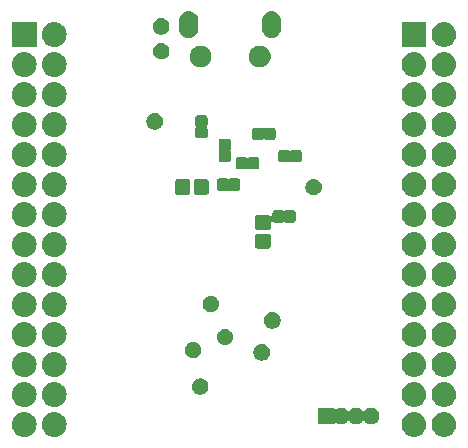
<source format=gbr>
G04 #@! TF.GenerationSoftware,KiCad,Pcbnew,5.0.2-bee76a0~70~ubuntu18.04.1*
G04 #@! TF.CreationDate,2018-12-10T15:17:23+01:00*
G04 #@! TF.ProjectId,sammyultra,73616d6d-7975-46c7-9472-612e6b696361,rev?*
G04 #@! TF.SameCoordinates,Original*
G04 #@! TF.FileFunction,Soldermask,Bot*
G04 #@! TF.FilePolarity,Negative*
%FSLAX46Y46*%
G04 Gerber Fmt 4.6, Leading zero omitted, Abs format (unit mm)*
G04 Created by KiCad (PCBNEW 5.0.2-bee76a0~70~ubuntu18.04.1) date 2018-12-10T15:17:23 CET*
%MOMM*%
%LPD*%
G01*
G04 APERTURE LIST*
%ADD10C,0.100000*%
G04 APERTURE END LIST*
D10*
G36*
X113668707Y-114257596D02*
X113745836Y-114265193D01*
X113877787Y-114305220D01*
X113943763Y-114325233D01*
X114126172Y-114422733D01*
X114286054Y-114553946D01*
X114417267Y-114713828D01*
X114514767Y-114896237D01*
X114514767Y-114896238D01*
X114574807Y-115094164D01*
X114595080Y-115300000D01*
X114574807Y-115505836D01*
X114534780Y-115637787D01*
X114514767Y-115703763D01*
X114417267Y-115886172D01*
X114286054Y-116046054D01*
X114126172Y-116177267D01*
X113943763Y-116274767D01*
X113877787Y-116294780D01*
X113745836Y-116334807D01*
X113668707Y-116342404D01*
X113591580Y-116350000D01*
X113488420Y-116350000D01*
X113411293Y-116342404D01*
X113334164Y-116334807D01*
X113202213Y-116294780D01*
X113136237Y-116274767D01*
X112953828Y-116177267D01*
X112793946Y-116046054D01*
X112662733Y-115886172D01*
X112565233Y-115703763D01*
X112545220Y-115637787D01*
X112505193Y-115505836D01*
X112484920Y-115300000D01*
X112505193Y-115094164D01*
X112565233Y-114896238D01*
X112565233Y-114896237D01*
X112662733Y-114713828D01*
X112793946Y-114553946D01*
X112953828Y-114422733D01*
X113136237Y-114325233D01*
X113202213Y-114305220D01*
X113334164Y-114265193D01*
X113411293Y-114257596D01*
X113488420Y-114250000D01*
X113591580Y-114250000D01*
X113668707Y-114257596D01*
X113668707Y-114257596D01*
G37*
G36*
X78128707Y-114257596D02*
X78205836Y-114265193D01*
X78337787Y-114305220D01*
X78403763Y-114325233D01*
X78586172Y-114422733D01*
X78746054Y-114553946D01*
X78877267Y-114713828D01*
X78974767Y-114896237D01*
X78974767Y-114896238D01*
X79034807Y-115094164D01*
X79055080Y-115300000D01*
X79034807Y-115505836D01*
X78994780Y-115637787D01*
X78974767Y-115703763D01*
X78877267Y-115886172D01*
X78746054Y-116046054D01*
X78586172Y-116177267D01*
X78403763Y-116274767D01*
X78337787Y-116294780D01*
X78205836Y-116334807D01*
X78128707Y-116342404D01*
X78051580Y-116350000D01*
X77948420Y-116350000D01*
X77871293Y-116342404D01*
X77794164Y-116334807D01*
X77662213Y-116294780D01*
X77596237Y-116274767D01*
X77413828Y-116177267D01*
X77253946Y-116046054D01*
X77122733Y-115886172D01*
X77025233Y-115703763D01*
X77005220Y-115637787D01*
X76965193Y-115505836D01*
X76944920Y-115300000D01*
X76965193Y-115094164D01*
X77025233Y-114896238D01*
X77025233Y-114896237D01*
X77122733Y-114713828D01*
X77253946Y-114553946D01*
X77413828Y-114422733D01*
X77596237Y-114325233D01*
X77662213Y-114305220D01*
X77794164Y-114265193D01*
X77871293Y-114257596D01*
X77948420Y-114250000D01*
X78051580Y-114250000D01*
X78128707Y-114257596D01*
X78128707Y-114257596D01*
G37*
G36*
X80668707Y-114257596D02*
X80745836Y-114265193D01*
X80877787Y-114305220D01*
X80943763Y-114325233D01*
X81126172Y-114422733D01*
X81286054Y-114553946D01*
X81417267Y-114713828D01*
X81514767Y-114896237D01*
X81514767Y-114896238D01*
X81574807Y-115094164D01*
X81595080Y-115300000D01*
X81574807Y-115505836D01*
X81534780Y-115637787D01*
X81514767Y-115703763D01*
X81417267Y-115886172D01*
X81286054Y-116046054D01*
X81126172Y-116177267D01*
X80943763Y-116274767D01*
X80877787Y-116294780D01*
X80745836Y-116334807D01*
X80668707Y-116342404D01*
X80591580Y-116350000D01*
X80488420Y-116350000D01*
X80411293Y-116342404D01*
X80334164Y-116334807D01*
X80202213Y-116294780D01*
X80136237Y-116274767D01*
X79953828Y-116177267D01*
X79793946Y-116046054D01*
X79662733Y-115886172D01*
X79565233Y-115703763D01*
X79545220Y-115637787D01*
X79505193Y-115505836D01*
X79484920Y-115300000D01*
X79505193Y-115094164D01*
X79565233Y-114896238D01*
X79565233Y-114896237D01*
X79662733Y-114713828D01*
X79793946Y-114553946D01*
X79953828Y-114422733D01*
X80136237Y-114325233D01*
X80202213Y-114305220D01*
X80334164Y-114265193D01*
X80411293Y-114257596D01*
X80488420Y-114250000D01*
X80591580Y-114250000D01*
X80668707Y-114257596D01*
X80668707Y-114257596D01*
G37*
G36*
X111128707Y-114257596D02*
X111205836Y-114265193D01*
X111337787Y-114305220D01*
X111403763Y-114325233D01*
X111586172Y-114422733D01*
X111746054Y-114553946D01*
X111877267Y-114713828D01*
X111974767Y-114896237D01*
X111974767Y-114896238D01*
X112034807Y-115094164D01*
X112055080Y-115300000D01*
X112034807Y-115505836D01*
X111994780Y-115637787D01*
X111974767Y-115703763D01*
X111877267Y-115886172D01*
X111746054Y-116046054D01*
X111586172Y-116177267D01*
X111403763Y-116274767D01*
X111337787Y-116294780D01*
X111205836Y-116334807D01*
X111128707Y-116342404D01*
X111051580Y-116350000D01*
X110948420Y-116350000D01*
X110871293Y-116342404D01*
X110794164Y-116334807D01*
X110662213Y-116294780D01*
X110596237Y-116274767D01*
X110413828Y-116177267D01*
X110253946Y-116046054D01*
X110122733Y-115886172D01*
X110025233Y-115703763D01*
X110005220Y-115637787D01*
X109965193Y-115505836D01*
X109944920Y-115300000D01*
X109965193Y-115094164D01*
X110025233Y-114896238D01*
X110025233Y-114896237D01*
X110122733Y-114713828D01*
X110253946Y-114553946D01*
X110413828Y-114422733D01*
X110596237Y-114325233D01*
X110662213Y-114305220D01*
X110794164Y-114265193D01*
X110871293Y-114257596D01*
X110948420Y-114250000D01*
X111051580Y-114250000D01*
X111128707Y-114257596D01*
X111128707Y-114257596D01*
G37*
G36*
X104250000Y-113902400D02*
X104252402Y-113926786D01*
X104259515Y-113950235D01*
X104271066Y-113971846D01*
X104286612Y-113990788D01*
X104305554Y-114006334D01*
X104327165Y-114017885D01*
X104350614Y-114024998D01*
X104375000Y-114027400D01*
X104399386Y-114024998D01*
X104433924Y-114012640D01*
X104474806Y-113990788D01*
X104550825Y-113950155D01*
X104682776Y-113910128D01*
X104785610Y-113900000D01*
X104854390Y-113900000D01*
X104957224Y-113910128D01*
X105089175Y-113950155D01*
X105210781Y-114015155D01*
X105317370Y-114102630D01*
X105358380Y-114152601D01*
X105375701Y-114169922D01*
X105396076Y-114183536D01*
X105418715Y-114192914D01*
X105442748Y-114197694D01*
X105467252Y-114197694D01*
X105491286Y-114192913D01*
X105513925Y-114183536D01*
X105534299Y-114169922D01*
X105551620Y-114152601D01*
X105592630Y-114102630D01*
X105699219Y-114015155D01*
X105820825Y-113950155D01*
X105952776Y-113910128D01*
X106055610Y-113900000D01*
X106124390Y-113900000D01*
X106227224Y-113910128D01*
X106359175Y-113950155D01*
X106480781Y-114015155D01*
X106587370Y-114102630D01*
X106628380Y-114152601D01*
X106645701Y-114169922D01*
X106666076Y-114183536D01*
X106688715Y-114192914D01*
X106712748Y-114197694D01*
X106737252Y-114197694D01*
X106761286Y-114192913D01*
X106783925Y-114183536D01*
X106804299Y-114169922D01*
X106821620Y-114152601D01*
X106862630Y-114102630D01*
X106969219Y-114015155D01*
X107090825Y-113950155D01*
X107222776Y-113910128D01*
X107325610Y-113900000D01*
X107394390Y-113900000D01*
X107497224Y-113910128D01*
X107629175Y-113950155D01*
X107750781Y-114015155D01*
X107857370Y-114102630D01*
X107944845Y-114209219D01*
X108009845Y-114330825D01*
X108049872Y-114462776D01*
X108063387Y-114600000D01*
X108049872Y-114737224D01*
X108009845Y-114869175D01*
X107944845Y-114990781D01*
X107857370Y-115097370D01*
X107750781Y-115184845D01*
X107629175Y-115249845D01*
X107497224Y-115289872D01*
X107394390Y-115300000D01*
X107325610Y-115300000D01*
X107222776Y-115289872D01*
X107090825Y-115249845D01*
X106969219Y-115184845D01*
X106862630Y-115097370D01*
X106821620Y-115047399D01*
X106804299Y-115030078D01*
X106783924Y-115016464D01*
X106761285Y-115007086D01*
X106737252Y-115002306D01*
X106712748Y-115002306D01*
X106688714Y-115007087D01*
X106666075Y-115016464D01*
X106645701Y-115030078D01*
X106628380Y-115047399D01*
X106587370Y-115097370D01*
X106480781Y-115184845D01*
X106359175Y-115249845D01*
X106227224Y-115289872D01*
X106124390Y-115300000D01*
X106055610Y-115300000D01*
X105952776Y-115289872D01*
X105820825Y-115249845D01*
X105699219Y-115184845D01*
X105592630Y-115097370D01*
X105551620Y-115047399D01*
X105534299Y-115030078D01*
X105513924Y-115016464D01*
X105491285Y-115007086D01*
X105467252Y-115002306D01*
X105442748Y-115002306D01*
X105418714Y-115007087D01*
X105396075Y-115016464D01*
X105375701Y-115030078D01*
X105358380Y-115047399D01*
X105317370Y-115097370D01*
X105210781Y-115184845D01*
X105089175Y-115249845D01*
X104957224Y-115289872D01*
X104854390Y-115300000D01*
X104785610Y-115300000D01*
X104682776Y-115289872D01*
X104550825Y-115249845D01*
X104433925Y-115187360D01*
X104411285Y-115177982D01*
X104387252Y-115173202D01*
X104362747Y-115173202D01*
X104338714Y-115177983D01*
X104316075Y-115187360D01*
X104295700Y-115200974D01*
X104278373Y-115218301D01*
X104264760Y-115238676D01*
X104255382Y-115261315D01*
X104250000Y-115297600D01*
X104250000Y-115300000D01*
X102850000Y-115300000D01*
X102850000Y-113900000D01*
X104250000Y-113900000D01*
X104250000Y-113902400D01*
X104250000Y-113902400D01*
G37*
G36*
X111128707Y-111717596D02*
X111205836Y-111725193D01*
X111337787Y-111765220D01*
X111403763Y-111785233D01*
X111586172Y-111882733D01*
X111746054Y-112013946D01*
X111877267Y-112173828D01*
X111974767Y-112356237D01*
X111974767Y-112356238D01*
X112034807Y-112554164D01*
X112055080Y-112760000D01*
X112034807Y-112965836D01*
X111994780Y-113097787D01*
X111974767Y-113163763D01*
X111877267Y-113346172D01*
X111746054Y-113506054D01*
X111586172Y-113637267D01*
X111403763Y-113734767D01*
X111337787Y-113754780D01*
X111205836Y-113794807D01*
X111128707Y-113802403D01*
X111051580Y-113810000D01*
X110948420Y-113810000D01*
X110871293Y-113802403D01*
X110794164Y-113794807D01*
X110662213Y-113754780D01*
X110596237Y-113734767D01*
X110413828Y-113637267D01*
X110253946Y-113506054D01*
X110122733Y-113346172D01*
X110025233Y-113163763D01*
X110005220Y-113097787D01*
X109965193Y-112965836D01*
X109944920Y-112760000D01*
X109965193Y-112554164D01*
X110025233Y-112356238D01*
X110025233Y-112356237D01*
X110122733Y-112173828D01*
X110253946Y-112013946D01*
X110413828Y-111882733D01*
X110596237Y-111785233D01*
X110662213Y-111765220D01*
X110794164Y-111725193D01*
X110871293Y-111717596D01*
X110948420Y-111710000D01*
X111051580Y-111710000D01*
X111128707Y-111717596D01*
X111128707Y-111717596D01*
G37*
G36*
X78128707Y-111717596D02*
X78205836Y-111725193D01*
X78337787Y-111765220D01*
X78403763Y-111785233D01*
X78586172Y-111882733D01*
X78746054Y-112013946D01*
X78877267Y-112173828D01*
X78974767Y-112356237D01*
X78974767Y-112356238D01*
X79034807Y-112554164D01*
X79055080Y-112760000D01*
X79034807Y-112965836D01*
X78994780Y-113097787D01*
X78974767Y-113163763D01*
X78877267Y-113346172D01*
X78746054Y-113506054D01*
X78586172Y-113637267D01*
X78403763Y-113734767D01*
X78337787Y-113754780D01*
X78205836Y-113794807D01*
X78128707Y-113802403D01*
X78051580Y-113810000D01*
X77948420Y-113810000D01*
X77871293Y-113802403D01*
X77794164Y-113794807D01*
X77662213Y-113754780D01*
X77596237Y-113734767D01*
X77413828Y-113637267D01*
X77253946Y-113506054D01*
X77122733Y-113346172D01*
X77025233Y-113163763D01*
X77005220Y-113097787D01*
X76965193Y-112965836D01*
X76944920Y-112760000D01*
X76965193Y-112554164D01*
X77025233Y-112356238D01*
X77025233Y-112356237D01*
X77122733Y-112173828D01*
X77253946Y-112013946D01*
X77413828Y-111882733D01*
X77596237Y-111785233D01*
X77662213Y-111765220D01*
X77794164Y-111725193D01*
X77871293Y-111717596D01*
X77948420Y-111710000D01*
X78051580Y-111710000D01*
X78128707Y-111717596D01*
X78128707Y-111717596D01*
G37*
G36*
X80668707Y-111717596D02*
X80745836Y-111725193D01*
X80877787Y-111765220D01*
X80943763Y-111785233D01*
X81126172Y-111882733D01*
X81286054Y-112013946D01*
X81417267Y-112173828D01*
X81514767Y-112356237D01*
X81514767Y-112356238D01*
X81574807Y-112554164D01*
X81595080Y-112760000D01*
X81574807Y-112965836D01*
X81534780Y-113097787D01*
X81514767Y-113163763D01*
X81417267Y-113346172D01*
X81286054Y-113506054D01*
X81126172Y-113637267D01*
X80943763Y-113734767D01*
X80877787Y-113754780D01*
X80745836Y-113794807D01*
X80668707Y-113802403D01*
X80591580Y-113810000D01*
X80488420Y-113810000D01*
X80411293Y-113802403D01*
X80334164Y-113794807D01*
X80202213Y-113754780D01*
X80136237Y-113734767D01*
X79953828Y-113637267D01*
X79793946Y-113506054D01*
X79662733Y-113346172D01*
X79565233Y-113163763D01*
X79545220Y-113097787D01*
X79505193Y-112965836D01*
X79484920Y-112760000D01*
X79505193Y-112554164D01*
X79565233Y-112356238D01*
X79565233Y-112356237D01*
X79662733Y-112173828D01*
X79793946Y-112013946D01*
X79953828Y-111882733D01*
X80136237Y-111785233D01*
X80202213Y-111765220D01*
X80334164Y-111725193D01*
X80411293Y-111717596D01*
X80488420Y-111710000D01*
X80591580Y-111710000D01*
X80668707Y-111717596D01*
X80668707Y-111717596D01*
G37*
G36*
X113668707Y-111717596D02*
X113745836Y-111725193D01*
X113877787Y-111765220D01*
X113943763Y-111785233D01*
X114126172Y-111882733D01*
X114286054Y-112013946D01*
X114417267Y-112173828D01*
X114514767Y-112356237D01*
X114514767Y-112356238D01*
X114574807Y-112554164D01*
X114595080Y-112760000D01*
X114574807Y-112965836D01*
X114534780Y-113097787D01*
X114514767Y-113163763D01*
X114417267Y-113346172D01*
X114286054Y-113506054D01*
X114126172Y-113637267D01*
X113943763Y-113734767D01*
X113877787Y-113754780D01*
X113745836Y-113794807D01*
X113668707Y-113802403D01*
X113591580Y-113810000D01*
X113488420Y-113810000D01*
X113411293Y-113802403D01*
X113334164Y-113794807D01*
X113202213Y-113754780D01*
X113136237Y-113734767D01*
X112953828Y-113637267D01*
X112793946Y-113506054D01*
X112662733Y-113346172D01*
X112565233Y-113163763D01*
X112545220Y-113097787D01*
X112505193Y-112965836D01*
X112484920Y-112760000D01*
X112505193Y-112554164D01*
X112565233Y-112356238D01*
X112565233Y-112356237D01*
X112662733Y-112173828D01*
X112793946Y-112013946D01*
X112953828Y-111882733D01*
X113136237Y-111785233D01*
X113202213Y-111765220D01*
X113334164Y-111725193D01*
X113411293Y-111717596D01*
X113488420Y-111710000D01*
X113591580Y-111710000D01*
X113668707Y-111717596D01*
X113668707Y-111717596D01*
G37*
G36*
X93104183Y-111426900D02*
X93231574Y-111479668D01*
X93346225Y-111556275D01*
X93443725Y-111653775D01*
X93520332Y-111768426D01*
X93573100Y-111895817D01*
X93600000Y-112031055D01*
X93600000Y-112168945D01*
X93573100Y-112304183D01*
X93520332Y-112431574D01*
X93443725Y-112546225D01*
X93346225Y-112643725D01*
X93231574Y-112720332D01*
X93104183Y-112773100D01*
X92968945Y-112800000D01*
X92831055Y-112800000D01*
X92695817Y-112773100D01*
X92568426Y-112720332D01*
X92453775Y-112643725D01*
X92356275Y-112546225D01*
X92279668Y-112431574D01*
X92226900Y-112304183D01*
X92200000Y-112168945D01*
X92200000Y-112031055D01*
X92226900Y-111895817D01*
X92279668Y-111768426D01*
X92356275Y-111653775D01*
X92453775Y-111556275D01*
X92568426Y-111479668D01*
X92695817Y-111426900D01*
X92831055Y-111400000D01*
X92968945Y-111400000D01*
X93104183Y-111426900D01*
X93104183Y-111426900D01*
G37*
G36*
X78128707Y-109177597D02*
X78205836Y-109185193D01*
X78337787Y-109225220D01*
X78403763Y-109245233D01*
X78586172Y-109342733D01*
X78746054Y-109473946D01*
X78877267Y-109633828D01*
X78974767Y-109816237D01*
X78974767Y-109816238D01*
X79034807Y-110014164D01*
X79055080Y-110220000D01*
X79034807Y-110425836D01*
X78994780Y-110557787D01*
X78974767Y-110623763D01*
X78877267Y-110806172D01*
X78746054Y-110966054D01*
X78586172Y-111097267D01*
X78403763Y-111194767D01*
X78337787Y-111214780D01*
X78205836Y-111254807D01*
X78128707Y-111262403D01*
X78051580Y-111270000D01*
X77948420Y-111270000D01*
X77871293Y-111262403D01*
X77794164Y-111254807D01*
X77662213Y-111214780D01*
X77596237Y-111194767D01*
X77413828Y-111097267D01*
X77253946Y-110966054D01*
X77122733Y-110806172D01*
X77025233Y-110623763D01*
X77005220Y-110557787D01*
X76965193Y-110425836D01*
X76944920Y-110220000D01*
X76965193Y-110014164D01*
X77025233Y-109816238D01*
X77025233Y-109816237D01*
X77122733Y-109633828D01*
X77253946Y-109473946D01*
X77413828Y-109342733D01*
X77596237Y-109245233D01*
X77662213Y-109225220D01*
X77794164Y-109185193D01*
X77871293Y-109177597D01*
X77948420Y-109170000D01*
X78051580Y-109170000D01*
X78128707Y-109177597D01*
X78128707Y-109177597D01*
G37*
G36*
X113668707Y-109177597D02*
X113745836Y-109185193D01*
X113877787Y-109225220D01*
X113943763Y-109245233D01*
X114126172Y-109342733D01*
X114286054Y-109473946D01*
X114417267Y-109633828D01*
X114514767Y-109816237D01*
X114514767Y-109816238D01*
X114574807Y-110014164D01*
X114595080Y-110220000D01*
X114574807Y-110425836D01*
X114534780Y-110557787D01*
X114514767Y-110623763D01*
X114417267Y-110806172D01*
X114286054Y-110966054D01*
X114126172Y-111097267D01*
X113943763Y-111194767D01*
X113877787Y-111214780D01*
X113745836Y-111254807D01*
X113668707Y-111262403D01*
X113591580Y-111270000D01*
X113488420Y-111270000D01*
X113411293Y-111262403D01*
X113334164Y-111254807D01*
X113202213Y-111214780D01*
X113136237Y-111194767D01*
X112953828Y-111097267D01*
X112793946Y-110966054D01*
X112662733Y-110806172D01*
X112565233Y-110623763D01*
X112545220Y-110557787D01*
X112505193Y-110425836D01*
X112484920Y-110220000D01*
X112505193Y-110014164D01*
X112565233Y-109816238D01*
X112565233Y-109816237D01*
X112662733Y-109633828D01*
X112793946Y-109473946D01*
X112953828Y-109342733D01*
X113136237Y-109245233D01*
X113202213Y-109225220D01*
X113334164Y-109185193D01*
X113411293Y-109177597D01*
X113488420Y-109170000D01*
X113591580Y-109170000D01*
X113668707Y-109177597D01*
X113668707Y-109177597D01*
G37*
G36*
X111128707Y-109177597D02*
X111205836Y-109185193D01*
X111337787Y-109225220D01*
X111403763Y-109245233D01*
X111586172Y-109342733D01*
X111746054Y-109473946D01*
X111877267Y-109633828D01*
X111974767Y-109816237D01*
X111974767Y-109816238D01*
X112034807Y-110014164D01*
X112055080Y-110220000D01*
X112034807Y-110425836D01*
X111994780Y-110557787D01*
X111974767Y-110623763D01*
X111877267Y-110806172D01*
X111746054Y-110966054D01*
X111586172Y-111097267D01*
X111403763Y-111194767D01*
X111337787Y-111214780D01*
X111205836Y-111254807D01*
X111128707Y-111262403D01*
X111051580Y-111270000D01*
X110948420Y-111270000D01*
X110871293Y-111262403D01*
X110794164Y-111254807D01*
X110662213Y-111214780D01*
X110596237Y-111194767D01*
X110413828Y-111097267D01*
X110253946Y-110966054D01*
X110122733Y-110806172D01*
X110025233Y-110623763D01*
X110005220Y-110557787D01*
X109965193Y-110425836D01*
X109944920Y-110220000D01*
X109965193Y-110014164D01*
X110025233Y-109816238D01*
X110025233Y-109816237D01*
X110122733Y-109633828D01*
X110253946Y-109473946D01*
X110413828Y-109342733D01*
X110596237Y-109245233D01*
X110662213Y-109225220D01*
X110794164Y-109185193D01*
X110871293Y-109177597D01*
X110948420Y-109170000D01*
X111051580Y-109170000D01*
X111128707Y-109177597D01*
X111128707Y-109177597D01*
G37*
G36*
X80668707Y-109177597D02*
X80745836Y-109185193D01*
X80877787Y-109225220D01*
X80943763Y-109245233D01*
X81126172Y-109342733D01*
X81286054Y-109473946D01*
X81417267Y-109633828D01*
X81514767Y-109816237D01*
X81514767Y-109816238D01*
X81574807Y-110014164D01*
X81595080Y-110220000D01*
X81574807Y-110425836D01*
X81534780Y-110557787D01*
X81514767Y-110623763D01*
X81417267Y-110806172D01*
X81286054Y-110966054D01*
X81126172Y-111097267D01*
X80943763Y-111194767D01*
X80877787Y-111214780D01*
X80745836Y-111254807D01*
X80668707Y-111262403D01*
X80591580Y-111270000D01*
X80488420Y-111270000D01*
X80411293Y-111262403D01*
X80334164Y-111254807D01*
X80202213Y-111214780D01*
X80136237Y-111194767D01*
X79953828Y-111097267D01*
X79793946Y-110966054D01*
X79662733Y-110806172D01*
X79565233Y-110623763D01*
X79545220Y-110557787D01*
X79505193Y-110425836D01*
X79484920Y-110220000D01*
X79505193Y-110014164D01*
X79565233Y-109816238D01*
X79565233Y-109816237D01*
X79662733Y-109633828D01*
X79793946Y-109473946D01*
X79953828Y-109342733D01*
X80136237Y-109245233D01*
X80202213Y-109225220D01*
X80334164Y-109185193D01*
X80411293Y-109177597D01*
X80488420Y-109170000D01*
X80591580Y-109170000D01*
X80668707Y-109177597D01*
X80668707Y-109177597D01*
G37*
G36*
X98304183Y-108526900D02*
X98431574Y-108579668D01*
X98546224Y-108656274D01*
X98643726Y-108753776D01*
X98671817Y-108795818D01*
X98720332Y-108868426D01*
X98773100Y-108995817D01*
X98800000Y-109131055D01*
X98800000Y-109268945D01*
X98773100Y-109404183D01*
X98720332Y-109531574D01*
X98652009Y-109633828D01*
X98643725Y-109646225D01*
X98546225Y-109743725D01*
X98431574Y-109820332D01*
X98304183Y-109873100D01*
X98168945Y-109900000D01*
X98031055Y-109900000D01*
X97895817Y-109873100D01*
X97768426Y-109820332D01*
X97653775Y-109743725D01*
X97556275Y-109646225D01*
X97547992Y-109633828D01*
X97479668Y-109531574D01*
X97426900Y-109404183D01*
X97400000Y-109268945D01*
X97400000Y-109131055D01*
X97426900Y-108995817D01*
X97479668Y-108868426D01*
X97528183Y-108795818D01*
X97556274Y-108753776D01*
X97653776Y-108656274D01*
X97768426Y-108579668D01*
X97895817Y-108526900D01*
X98031055Y-108500000D01*
X98168945Y-108500000D01*
X98304183Y-108526900D01*
X98304183Y-108526900D01*
G37*
G36*
X92504183Y-108326900D02*
X92631574Y-108379668D01*
X92746224Y-108456274D01*
X92843726Y-108553776D01*
X92911205Y-108654767D01*
X92920332Y-108668426D01*
X92973100Y-108795817D01*
X93000000Y-108931055D01*
X93000000Y-109068945D01*
X92973100Y-109204183D01*
X92946274Y-109268945D01*
X92920332Y-109331574D01*
X92871817Y-109404183D01*
X92843725Y-109446225D01*
X92746225Y-109543725D01*
X92631574Y-109620332D01*
X92504183Y-109673100D01*
X92368945Y-109700000D01*
X92231055Y-109700000D01*
X92095817Y-109673100D01*
X91968426Y-109620332D01*
X91853775Y-109543725D01*
X91756275Y-109446225D01*
X91728184Y-109404183D01*
X91679668Y-109331574D01*
X91653726Y-109268945D01*
X91626900Y-109204183D01*
X91600000Y-109068945D01*
X91600000Y-108931055D01*
X91626900Y-108795817D01*
X91679668Y-108668426D01*
X91688795Y-108654767D01*
X91756274Y-108553776D01*
X91853776Y-108456274D01*
X91968426Y-108379668D01*
X92095817Y-108326900D01*
X92231055Y-108300000D01*
X92368945Y-108300000D01*
X92504183Y-108326900D01*
X92504183Y-108326900D01*
G37*
G36*
X80668707Y-106637596D02*
X80745836Y-106645193D01*
X80877787Y-106685220D01*
X80943763Y-106705233D01*
X81126172Y-106802733D01*
X81286054Y-106933946D01*
X81417267Y-107093828D01*
X81514767Y-107276237D01*
X81534780Y-107342213D01*
X81574807Y-107474164D01*
X81595080Y-107680000D01*
X81574807Y-107885836D01*
X81549596Y-107968945D01*
X81514767Y-108083763D01*
X81417267Y-108266172D01*
X81286054Y-108426054D01*
X81126172Y-108557267D01*
X80943763Y-108654767D01*
X80898734Y-108668426D01*
X80745836Y-108714807D01*
X80668707Y-108722404D01*
X80591580Y-108730000D01*
X80488420Y-108730000D01*
X80411293Y-108722404D01*
X80334164Y-108714807D01*
X80181266Y-108668426D01*
X80136237Y-108654767D01*
X79953828Y-108557267D01*
X79793946Y-108426054D01*
X79662733Y-108266172D01*
X79565233Y-108083763D01*
X79530404Y-107968945D01*
X79505193Y-107885836D01*
X79484920Y-107680000D01*
X79505193Y-107474164D01*
X79545220Y-107342213D01*
X79565233Y-107276237D01*
X79662733Y-107093828D01*
X79793946Y-106933946D01*
X79953828Y-106802733D01*
X80136237Y-106705233D01*
X80202213Y-106685220D01*
X80334164Y-106645193D01*
X80411293Y-106637596D01*
X80488420Y-106630000D01*
X80591580Y-106630000D01*
X80668707Y-106637596D01*
X80668707Y-106637596D01*
G37*
G36*
X113668707Y-106637596D02*
X113745836Y-106645193D01*
X113877787Y-106685220D01*
X113943763Y-106705233D01*
X114126172Y-106802733D01*
X114286054Y-106933946D01*
X114417267Y-107093828D01*
X114514767Y-107276237D01*
X114534780Y-107342213D01*
X114574807Y-107474164D01*
X114595080Y-107680000D01*
X114574807Y-107885836D01*
X114549596Y-107968945D01*
X114514767Y-108083763D01*
X114417267Y-108266172D01*
X114286054Y-108426054D01*
X114126172Y-108557267D01*
X113943763Y-108654767D01*
X113898734Y-108668426D01*
X113745836Y-108714807D01*
X113668707Y-108722404D01*
X113591580Y-108730000D01*
X113488420Y-108730000D01*
X113411293Y-108722404D01*
X113334164Y-108714807D01*
X113181266Y-108668426D01*
X113136237Y-108654767D01*
X112953828Y-108557267D01*
X112793946Y-108426054D01*
X112662733Y-108266172D01*
X112565233Y-108083763D01*
X112530404Y-107968945D01*
X112505193Y-107885836D01*
X112484920Y-107680000D01*
X112505193Y-107474164D01*
X112545220Y-107342213D01*
X112565233Y-107276237D01*
X112662733Y-107093828D01*
X112793946Y-106933946D01*
X112953828Y-106802733D01*
X113136237Y-106705233D01*
X113202213Y-106685220D01*
X113334164Y-106645193D01*
X113411293Y-106637596D01*
X113488420Y-106630000D01*
X113591580Y-106630000D01*
X113668707Y-106637596D01*
X113668707Y-106637596D01*
G37*
G36*
X78128707Y-106637596D02*
X78205836Y-106645193D01*
X78337787Y-106685220D01*
X78403763Y-106705233D01*
X78586172Y-106802733D01*
X78746054Y-106933946D01*
X78877267Y-107093828D01*
X78974767Y-107276237D01*
X78994780Y-107342213D01*
X79034807Y-107474164D01*
X79055080Y-107680000D01*
X79034807Y-107885836D01*
X79009596Y-107968945D01*
X78974767Y-108083763D01*
X78877267Y-108266172D01*
X78746054Y-108426054D01*
X78586172Y-108557267D01*
X78403763Y-108654767D01*
X78358734Y-108668426D01*
X78205836Y-108714807D01*
X78128707Y-108722404D01*
X78051580Y-108730000D01*
X77948420Y-108730000D01*
X77871293Y-108722404D01*
X77794164Y-108714807D01*
X77641266Y-108668426D01*
X77596237Y-108654767D01*
X77413828Y-108557267D01*
X77253946Y-108426054D01*
X77122733Y-108266172D01*
X77025233Y-108083763D01*
X76990404Y-107968945D01*
X76965193Y-107885836D01*
X76944920Y-107680000D01*
X76965193Y-107474164D01*
X77005220Y-107342213D01*
X77025233Y-107276237D01*
X77122733Y-107093828D01*
X77253946Y-106933946D01*
X77413828Y-106802733D01*
X77596237Y-106705233D01*
X77662213Y-106685220D01*
X77794164Y-106645193D01*
X77871293Y-106637596D01*
X77948420Y-106630000D01*
X78051580Y-106630000D01*
X78128707Y-106637596D01*
X78128707Y-106637596D01*
G37*
G36*
X111128707Y-106637596D02*
X111205836Y-106645193D01*
X111337787Y-106685220D01*
X111403763Y-106705233D01*
X111586172Y-106802733D01*
X111746054Y-106933946D01*
X111877267Y-107093828D01*
X111974767Y-107276237D01*
X111994780Y-107342213D01*
X112034807Y-107474164D01*
X112055080Y-107680000D01*
X112034807Y-107885836D01*
X112009596Y-107968945D01*
X111974767Y-108083763D01*
X111877267Y-108266172D01*
X111746054Y-108426054D01*
X111586172Y-108557267D01*
X111403763Y-108654767D01*
X111358734Y-108668426D01*
X111205836Y-108714807D01*
X111128707Y-108722404D01*
X111051580Y-108730000D01*
X110948420Y-108730000D01*
X110871293Y-108722404D01*
X110794164Y-108714807D01*
X110641266Y-108668426D01*
X110596237Y-108654767D01*
X110413828Y-108557267D01*
X110253946Y-108426054D01*
X110122733Y-108266172D01*
X110025233Y-108083763D01*
X109990404Y-107968945D01*
X109965193Y-107885836D01*
X109944920Y-107680000D01*
X109965193Y-107474164D01*
X110005220Y-107342213D01*
X110025233Y-107276237D01*
X110122733Y-107093828D01*
X110253946Y-106933946D01*
X110413828Y-106802733D01*
X110596237Y-106705233D01*
X110662213Y-106685220D01*
X110794164Y-106645193D01*
X110871293Y-106637596D01*
X110948420Y-106630000D01*
X111051580Y-106630000D01*
X111128707Y-106637596D01*
X111128707Y-106637596D01*
G37*
G36*
X95204183Y-107226900D02*
X95323291Y-107276237D01*
X95331574Y-107279668D01*
X95446224Y-107356274D01*
X95543726Y-107453776D01*
X95557350Y-107474166D01*
X95620332Y-107568426D01*
X95673100Y-107695817D01*
X95700000Y-107831055D01*
X95700000Y-107968945D01*
X95673100Y-108104183D01*
X95620332Y-108231574D01*
X95556638Y-108326900D01*
X95543725Y-108346225D01*
X95446225Y-108443725D01*
X95331574Y-108520332D01*
X95204183Y-108573100D01*
X95068945Y-108600000D01*
X94931055Y-108600000D01*
X94795817Y-108573100D01*
X94668426Y-108520332D01*
X94553775Y-108443725D01*
X94456275Y-108346225D01*
X94443363Y-108326900D01*
X94379668Y-108231574D01*
X94326900Y-108104183D01*
X94300000Y-107968945D01*
X94300000Y-107831055D01*
X94326900Y-107695817D01*
X94379668Y-107568426D01*
X94442650Y-107474166D01*
X94456274Y-107453776D01*
X94553776Y-107356274D01*
X94668426Y-107279668D01*
X94676709Y-107276237D01*
X94795817Y-107226900D01*
X94931055Y-107200000D01*
X95068945Y-107200000D01*
X95204183Y-107226900D01*
X95204183Y-107226900D01*
G37*
G36*
X99204183Y-105826900D02*
X99331574Y-105879668D01*
X99446224Y-105956274D01*
X99543726Y-106053776D01*
X99620332Y-106168426D01*
X99673100Y-106295817D01*
X99700000Y-106431055D01*
X99700000Y-106568945D01*
X99673100Y-106704183D01*
X99620332Y-106831574D01*
X99543725Y-106946225D01*
X99446225Y-107043725D01*
X99331574Y-107120332D01*
X99204183Y-107173100D01*
X99068945Y-107200000D01*
X98931055Y-107200000D01*
X98795817Y-107173100D01*
X98668426Y-107120332D01*
X98553775Y-107043725D01*
X98456275Y-106946225D01*
X98379668Y-106831574D01*
X98326900Y-106704183D01*
X98300000Y-106568945D01*
X98300000Y-106431055D01*
X98326900Y-106295817D01*
X98379668Y-106168426D01*
X98456274Y-106053776D01*
X98553776Y-105956274D01*
X98668426Y-105879668D01*
X98795817Y-105826900D01*
X98931055Y-105800000D01*
X99068945Y-105800000D01*
X99204183Y-105826900D01*
X99204183Y-105826900D01*
G37*
G36*
X113668707Y-104097597D02*
X113745836Y-104105193D01*
X113877787Y-104145220D01*
X113943763Y-104165233D01*
X114126172Y-104262733D01*
X114286054Y-104393946D01*
X114417267Y-104553828D01*
X114514767Y-104736237D01*
X114514767Y-104736238D01*
X114574807Y-104934164D01*
X114595080Y-105140000D01*
X114574807Y-105345836D01*
X114548799Y-105431574D01*
X114514767Y-105543763D01*
X114417267Y-105726172D01*
X114286054Y-105886054D01*
X114126172Y-106017267D01*
X113943763Y-106114767D01*
X113877787Y-106134780D01*
X113745836Y-106174807D01*
X113668707Y-106182404D01*
X113591580Y-106190000D01*
X113488420Y-106190000D01*
X113411293Y-106182404D01*
X113334164Y-106174807D01*
X113202213Y-106134780D01*
X113136237Y-106114767D01*
X112953828Y-106017267D01*
X112793946Y-105886054D01*
X112662733Y-105726172D01*
X112565233Y-105543763D01*
X112531201Y-105431574D01*
X112505193Y-105345836D01*
X112484920Y-105140000D01*
X112505193Y-104934164D01*
X112565233Y-104736238D01*
X112565233Y-104736237D01*
X112662733Y-104553828D01*
X112793946Y-104393946D01*
X112953828Y-104262733D01*
X113136237Y-104165233D01*
X113202213Y-104145220D01*
X113334164Y-104105193D01*
X113411293Y-104097597D01*
X113488420Y-104090000D01*
X113591580Y-104090000D01*
X113668707Y-104097597D01*
X113668707Y-104097597D01*
G37*
G36*
X111128707Y-104097597D02*
X111205836Y-104105193D01*
X111337787Y-104145220D01*
X111403763Y-104165233D01*
X111586172Y-104262733D01*
X111746054Y-104393946D01*
X111877267Y-104553828D01*
X111974767Y-104736237D01*
X111974767Y-104736238D01*
X112034807Y-104934164D01*
X112055080Y-105140000D01*
X112034807Y-105345836D01*
X112008799Y-105431574D01*
X111974767Y-105543763D01*
X111877267Y-105726172D01*
X111746054Y-105886054D01*
X111586172Y-106017267D01*
X111403763Y-106114767D01*
X111337787Y-106134780D01*
X111205836Y-106174807D01*
X111128707Y-106182404D01*
X111051580Y-106190000D01*
X110948420Y-106190000D01*
X110871293Y-106182404D01*
X110794164Y-106174807D01*
X110662213Y-106134780D01*
X110596237Y-106114767D01*
X110413828Y-106017267D01*
X110253946Y-105886054D01*
X110122733Y-105726172D01*
X110025233Y-105543763D01*
X109991201Y-105431574D01*
X109965193Y-105345836D01*
X109944920Y-105140000D01*
X109965193Y-104934164D01*
X110025233Y-104736238D01*
X110025233Y-104736237D01*
X110122733Y-104553828D01*
X110253946Y-104393946D01*
X110413828Y-104262733D01*
X110596237Y-104165233D01*
X110662213Y-104145220D01*
X110794164Y-104105193D01*
X110871293Y-104097597D01*
X110948420Y-104090000D01*
X111051580Y-104090000D01*
X111128707Y-104097597D01*
X111128707Y-104097597D01*
G37*
G36*
X80668707Y-104097597D02*
X80745836Y-104105193D01*
X80877787Y-104145220D01*
X80943763Y-104165233D01*
X81126172Y-104262733D01*
X81286054Y-104393946D01*
X81417267Y-104553828D01*
X81514767Y-104736237D01*
X81514767Y-104736238D01*
X81574807Y-104934164D01*
X81595080Y-105140000D01*
X81574807Y-105345836D01*
X81548799Y-105431574D01*
X81514767Y-105543763D01*
X81417267Y-105726172D01*
X81286054Y-105886054D01*
X81126172Y-106017267D01*
X80943763Y-106114767D01*
X80877787Y-106134780D01*
X80745836Y-106174807D01*
X80668707Y-106182404D01*
X80591580Y-106190000D01*
X80488420Y-106190000D01*
X80411293Y-106182404D01*
X80334164Y-106174807D01*
X80202213Y-106134780D01*
X80136237Y-106114767D01*
X79953828Y-106017267D01*
X79793946Y-105886054D01*
X79662733Y-105726172D01*
X79565233Y-105543763D01*
X79531201Y-105431574D01*
X79505193Y-105345836D01*
X79484920Y-105140000D01*
X79505193Y-104934164D01*
X79565233Y-104736238D01*
X79565233Y-104736237D01*
X79662733Y-104553828D01*
X79793946Y-104393946D01*
X79953828Y-104262733D01*
X80136237Y-104165233D01*
X80202213Y-104145220D01*
X80334164Y-104105193D01*
X80411293Y-104097597D01*
X80488420Y-104090000D01*
X80591580Y-104090000D01*
X80668707Y-104097597D01*
X80668707Y-104097597D01*
G37*
G36*
X78128707Y-104097597D02*
X78205836Y-104105193D01*
X78337787Y-104145220D01*
X78403763Y-104165233D01*
X78586172Y-104262733D01*
X78746054Y-104393946D01*
X78877267Y-104553828D01*
X78974767Y-104736237D01*
X78974767Y-104736238D01*
X79034807Y-104934164D01*
X79055080Y-105140000D01*
X79034807Y-105345836D01*
X79008799Y-105431574D01*
X78974767Y-105543763D01*
X78877267Y-105726172D01*
X78746054Y-105886054D01*
X78586172Y-106017267D01*
X78403763Y-106114767D01*
X78337787Y-106134780D01*
X78205836Y-106174807D01*
X78128707Y-106182404D01*
X78051580Y-106190000D01*
X77948420Y-106190000D01*
X77871293Y-106182404D01*
X77794164Y-106174807D01*
X77662213Y-106134780D01*
X77596237Y-106114767D01*
X77413828Y-106017267D01*
X77253946Y-105886054D01*
X77122733Y-105726172D01*
X77025233Y-105543763D01*
X76991201Y-105431574D01*
X76965193Y-105345836D01*
X76944920Y-105140000D01*
X76965193Y-104934164D01*
X77025233Y-104736238D01*
X77025233Y-104736237D01*
X77122733Y-104553828D01*
X77253946Y-104393946D01*
X77413828Y-104262733D01*
X77596237Y-104165233D01*
X77662213Y-104145220D01*
X77794164Y-104105193D01*
X77871293Y-104097597D01*
X77948420Y-104090000D01*
X78051580Y-104090000D01*
X78128707Y-104097597D01*
X78128707Y-104097597D01*
G37*
G36*
X94004183Y-104426900D02*
X94131574Y-104479668D01*
X94242565Y-104553829D01*
X94246225Y-104556275D01*
X94343725Y-104653775D01*
X94420332Y-104768426D01*
X94473100Y-104895817D01*
X94500000Y-105031055D01*
X94500000Y-105168945D01*
X94473100Y-105304183D01*
X94420332Y-105431574D01*
X94343725Y-105546225D01*
X94246225Y-105643725D01*
X94131574Y-105720332D01*
X94004183Y-105773100D01*
X93868945Y-105800000D01*
X93731055Y-105800000D01*
X93595817Y-105773100D01*
X93468426Y-105720332D01*
X93353775Y-105643725D01*
X93256275Y-105546225D01*
X93179668Y-105431574D01*
X93126900Y-105304183D01*
X93100000Y-105168945D01*
X93100000Y-105031055D01*
X93126900Y-104895817D01*
X93179668Y-104768426D01*
X93256275Y-104653775D01*
X93353775Y-104556275D01*
X93357436Y-104553829D01*
X93468426Y-104479668D01*
X93595817Y-104426900D01*
X93731055Y-104400000D01*
X93868945Y-104400000D01*
X94004183Y-104426900D01*
X94004183Y-104426900D01*
G37*
G36*
X111128707Y-101557596D02*
X111205836Y-101565193D01*
X111337787Y-101605220D01*
X111403763Y-101625233D01*
X111586172Y-101722733D01*
X111746054Y-101853946D01*
X111877267Y-102013828D01*
X111974767Y-102196237D01*
X111974767Y-102196238D01*
X112034807Y-102394164D01*
X112055080Y-102600000D01*
X112034807Y-102805836D01*
X111994780Y-102937787D01*
X111974767Y-103003763D01*
X111877267Y-103186172D01*
X111746054Y-103346054D01*
X111586172Y-103477267D01*
X111403763Y-103574767D01*
X111337787Y-103594780D01*
X111205836Y-103634807D01*
X111128707Y-103642404D01*
X111051580Y-103650000D01*
X110948420Y-103650000D01*
X110871293Y-103642404D01*
X110794164Y-103634807D01*
X110662213Y-103594780D01*
X110596237Y-103574767D01*
X110413828Y-103477267D01*
X110253946Y-103346054D01*
X110122733Y-103186172D01*
X110025233Y-103003763D01*
X110005220Y-102937787D01*
X109965193Y-102805836D01*
X109944920Y-102600000D01*
X109965193Y-102394164D01*
X110025233Y-102196238D01*
X110025233Y-102196237D01*
X110122733Y-102013828D01*
X110253946Y-101853946D01*
X110413828Y-101722733D01*
X110596237Y-101625233D01*
X110662213Y-101605220D01*
X110794164Y-101565193D01*
X110871293Y-101557596D01*
X110948420Y-101550000D01*
X111051580Y-101550000D01*
X111128707Y-101557596D01*
X111128707Y-101557596D01*
G37*
G36*
X113668707Y-101557596D02*
X113745836Y-101565193D01*
X113877787Y-101605220D01*
X113943763Y-101625233D01*
X114126172Y-101722733D01*
X114286054Y-101853946D01*
X114417267Y-102013828D01*
X114514767Y-102196237D01*
X114514767Y-102196238D01*
X114574807Y-102394164D01*
X114595080Y-102600000D01*
X114574807Y-102805836D01*
X114534780Y-102937787D01*
X114514767Y-103003763D01*
X114417267Y-103186172D01*
X114286054Y-103346054D01*
X114126172Y-103477267D01*
X113943763Y-103574767D01*
X113877787Y-103594780D01*
X113745836Y-103634807D01*
X113668707Y-103642404D01*
X113591580Y-103650000D01*
X113488420Y-103650000D01*
X113411293Y-103642404D01*
X113334164Y-103634807D01*
X113202213Y-103594780D01*
X113136237Y-103574767D01*
X112953828Y-103477267D01*
X112793946Y-103346054D01*
X112662733Y-103186172D01*
X112565233Y-103003763D01*
X112545220Y-102937787D01*
X112505193Y-102805836D01*
X112484920Y-102600000D01*
X112505193Y-102394164D01*
X112565233Y-102196238D01*
X112565233Y-102196237D01*
X112662733Y-102013828D01*
X112793946Y-101853946D01*
X112953828Y-101722733D01*
X113136237Y-101625233D01*
X113202213Y-101605220D01*
X113334164Y-101565193D01*
X113411293Y-101557596D01*
X113488420Y-101550000D01*
X113591580Y-101550000D01*
X113668707Y-101557596D01*
X113668707Y-101557596D01*
G37*
G36*
X80668707Y-101557596D02*
X80745836Y-101565193D01*
X80877787Y-101605220D01*
X80943763Y-101625233D01*
X81126172Y-101722733D01*
X81286054Y-101853946D01*
X81417267Y-102013828D01*
X81514767Y-102196237D01*
X81514767Y-102196238D01*
X81574807Y-102394164D01*
X81595080Y-102600000D01*
X81574807Y-102805836D01*
X81534780Y-102937787D01*
X81514767Y-103003763D01*
X81417267Y-103186172D01*
X81286054Y-103346054D01*
X81126172Y-103477267D01*
X80943763Y-103574767D01*
X80877787Y-103594780D01*
X80745836Y-103634807D01*
X80668707Y-103642404D01*
X80591580Y-103650000D01*
X80488420Y-103650000D01*
X80411293Y-103642404D01*
X80334164Y-103634807D01*
X80202213Y-103594780D01*
X80136237Y-103574767D01*
X79953828Y-103477267D01*
X79793946Y-103346054D01*
X79662733Y-103186172D01*
X79565233Y-103003763D01*
X79545220Y-102937787D01*
X79505193Y-102805836D01*
X79484920Y-102600000D01*
X79505193Y-102394164D01*
X79565233Y-102196238D01*
X79565233Y-102196237D01*
X79662733Y-102013828D01*
X79793946Y-101853946D01*
X79953828Y-101722733D01*
X80136237Y-101625233D01*
X80202213Y-101605220D01*
X80334164Y-101565193D01*
X80411293Y-101557596D01*
X80488420Y-101550000D01*
X80591580Y-101550000D01*
X80668707Y-101557596D01*
X80668707Y-101557596D01*
G37*
G36*
X78128707Y-101557596D02*
X78205836Y-101565193D01*
X78337787Y-101605220D01*
X78403763Y-101625233D01*
X78586172Y-101722733D01*
X78746054Y-101853946D01*
X78877267Y-102013828D01*
X78974767Y-102196237D01*
X78974767Y-102196238D01*
X79034807Y-102394164D01*
X79055080Y-102600000D01*
X79034807Y-102805836D01*
X78994780Y-102937787D01*
X78974767Y-103003763D01*
X78877267Y-103186172D01*
X78746054Y-103346054D01*
X78586172Y-103477267D01*
X78403763Y-103574767D01*
X78337787Y-103594780D01*
X78205836Y-103634807D01*
X78128707Y-103642404D01*
X78051580Y-103650000D01*
X77948420Y-103650000D01*
X77871293Y-103642404D01*
X77794164Y-103634807D01*
X77662213Y-103594780D01*
X77596237Y-103574767D01*
X77413828Y-103477267D01*
X77253946Y-103346054D01*
X77122733Y-103186172D01*
X77025233Y-103003763D01*
X77005220Y-102937787D01*
X76965193Y-102805836D01*
X76944920Y-102600000D01*
X76965193Y-102394164D01*
X77025233Y-102196238D01*
X77025233Y-102196237D01*
X77122733Y-102013828D01*
X77253946Y-101853946D01*
X77413828Y-101722733D01*
X77596237Y-101625233D01*
X77662213Y-101605220D01*
X77794164Y-101565193D01*
X77871293Y-101557596D01*
X77948420Y-101550000D01*
X78051580Y-101550000D01*
X78128707Y-101557596D01*
X78128707Y-101557596D01*
G37*
G36*
X80668707Y-99017596D02*
X80745836Y-99025193D01*
X80877787Y-99065220D01*
X80943763Y-99085233D01*
X81126172Y-99182733D01*
X81286054Y-99313946D01*
X81417267Y-99473828D01*
X81514767Y-99656237D01*
X81514767Y-99656238D01*
X81574807Y-99854164D01*
X81595080Y-100060000D01*
X81574807Y-100265836D01*
X81549422Y-100349518D01*
X81514767Y-100463763D01*
X81417267Y-100646172D01*
X81286054Y-100806054D01*
X81126172Y-100937267D01*
X80943763Y-101034767D01*
X80877787Y-101054780D01*
X80745836Y-101094807D01*
X80668707Y-101102404D01*
X80591580Y-101110000D01*
X80488420Y-101110000D01*
X80411293Y-101102404D01*
X80334164Y-101094807D01*
X80202213Y-101054780D01*
X80136237Y-101034767D01*
X79953828Y-100937267D01*
X79793946Y-100806054D01*
X79662733Y-100646172D01*
X79565233Y-100463763D01*
X79530578Y-100349518D01*
X79505193Y-100265836D01*
X79484920Y-100060000D01*
X79505193Y-99854164D01*
X79565233Y-99656238D01*
X79565233Y-99656237D01*
X79662733Y-99473828D01*
X79793946Y-99313946D01*
X79953828Y-99182733D01*
X80136237Y-99085233D01*
X80202213Y-99065220D01*
X80334164Y-99025193D01*
X80411293Y-99017596D01*
X80488420Y-99010000D01*
X80591580Y-99010000D01*
X80668707Y-99017596D01*
X80668707Y-99017596D01*
G37*
G36*
X78128707Y-99017596D02*
X78205836Y-99025193D01*
X78337787Y-99065220D01*
X78403763Y-99085233D01*
X78586172Y-99182733D01*
X78746054Y-99313946D01*
X78877267Y-99473828D01*
X78974767Y-99656237D01*
X78974767Y-99656238D01*
X79034807Y-99854164D01*
X79055080Y-100060000D01*
X79034807Y-100265836D01*
X79009422Y-100349518D01*
X78974767Y-100463763D01*
X78877267Y-100646172D01*
X78746054Y-100806054D01*
X78586172Y-100937267D01*
X78403763Y-101034767D01*
X78337787Y-101054780D01*
X78205836Y-101094807D01*
X78128707Y-101102404D01*
X78051580Y-101110000D01*
X77948420Y-101110000D01*
X77871293Y-101102404D01*
X77794164Y-101094807D01*
X77662213Y-101054780D01*
X77596237Y-101034767D01*
X77413828Y-100937267D01*
X77253946Y-100806054D01*
X77122733Y-100646172D01*
X77025233Y-100463763D01*
X76990578Y-100349518D01*
X76965193Y-100265836D01*
X76944920Y-100060000D01*
X76965193Y-99854164D01*
X77025233Y-99656238D01*
X77025233Y-99656237D01*
X77122733Y-99473828D01*
X77253946Y-99313946D01*
X77413828Y-99182733D01*
X77596237Y-99085233D01*
X77662213Y-99065220D01*
X77794164Y-99025193D01*
X77871293Y-99017596D01*
X77948420Y-99010000D01*
X78051580Y-99010000D01*
X78128707Y-99017596D01*
X78128707Y-99017596D01*
G37*
G36*
X111128707Y-99017596D02*
X111205836Y-99025193D01*
X111337787Y-99065220D01*
X111403763Y-99085233D01*
X111586172Y-99182733D01*
X111746054Y-99313946D01*
X111877267Y-99473828D01*
X111974767Y-99656237D01*
X111974767Y-99656238D01*
X112034807Y-99854164D01*
X112055080Y-100060000D01*
X112034807Y-100265836D01*
X112009422Y-100349518D01*
X111974767Y-100463763D01*
X111877267Y-100646172D01*
X111746054Y-100806054D01*
X111586172Y-100937267D01*
X111403763Y-101034767D01*
X111337787Y-101054780D01*
X111205836Y-101094807D01*
X111128707Y-101102404D01*
X111051580Y-101110000D01*
X110948420Y-101110000D01*
X110871293Y-101102404D01*
X110794164Y-101094807D01*
X110662213Y-101054780D01*
X110596237Y-101034767D01*
X110413828Y-100937267D01*
X110253946Y-100806054D01*
X110122733Y-100646172D01*
X110025233Y-100463763D01*
X109990578Y-100349518D01*
X109965193Y-100265836D01*
X109944920Y-100060000D01*
X109965193Y-99854164D01*
X110025233Y-99656238D01*
X110025233Y-99656237D01*
X110122733Y-99473828D01*
X110253946Y-99313946D01*
X110413828Y-99182733D01*
X110596237Y-99085233D01*
X110662213Y-99065220D01*
X110794164Y-99025193D01*
X110871293Y-99017596D01*
X110948420Y-99010000D01*
X111051580Y-99010000D01*
X111128707Y-99017596D01*
X111128707Y-99017596D01*
G37*
G36*
X113668707Y-99017596D02*
X113745836Y-99025193D01*
X113877787Y-99065220D01*
X113943763Y-99085233D01*
X114126172Y-99182733D01*
X114286054Y-99313946D01*
X114417267Y-99473828D01*
X114514767Y-99656237D01*
X114514767Y-99656238D01*
X114574807Y-99854164D01*
X114595080Y-100060000D01*
X114574807Y-100265836D01*
X114549422Y-100349518D01*
X114514767Y-100463763D01*
X114417267Y-100646172D01*
X114286054Y-100806054D01*
X114126172Y-100937267D01*
X113943763Y-101034767D01*
X113877787Y-101054780D01*
X113745836Y-101094807D01*
X113668707Y-101102404D01*
X113591580Y-101110000D01*
X113488420Y-101110000D01*
X113411293Y-101102404D01*
X113334164Y-101094807D01*
X113202213Y-101054780D01*
X113136237Y-101034767D01*
X112953828Y-100937267D01*
X112793946Y-100806054D01*
X112662733Y-100646172D01*
X112565233Y-100463763D01*
X112530578Y-100349518D01*
X112505193Y-100265836D01*
X112484920Y-100060000D01*
X112505193Y-99854164D01*
X112565233Y-99656238D01*
X112565233Y-99656237D01*
X112662733Y-99473828D01*
X112793946Y-99313946D01*
X112953828Y-99182733D01*
X113136237Y-99085233D01*
X113202213Y-99065220D01*
X113334164Y-99025193D01*
X113411293Y-99017596D01*
X113488420Y-99010000D01*
X113591580Y-99010000D01*
X113668707Y-99017596D01*
X113668707Y-99017596D01*
G37*
G36*
X98668622Y-99155517D02*
X98716585Y-99170066D01*
X98760775Y-99193686D01*
X98799518Y-99225482D01*
X98831314Y-99264225D01*
X98854934Y-99308415D01*
X98869483Y-99356378D01*
X98875000Y-99412391D01*
X98875000Y-100162609D01*
X98869483Y-100218622D01*
X98854934Y-100266585D01*
X98831314Y-100310775D01*
X98799518Y-100349518D01*
X98760775Y-100381314D01*
X98716585Y-100404934D01*
X98668622Y-100419483D01*
X98612609Y-100425000D01*
X97787391Y-100425000D01*
X97731378Y-100419483D01*
X97683415Y-100404934D01*
X97639225Y-100381314D01*
X97600482Y-100349518D01*
X97568686Y-100310775D01*
X97545066Y-100266585D01*
X97530517Y-100218622D01*
X97525000Y-100162609D01*
X97525000Y-99412391D01*
X97530517Y-99356378D01*
X97545066Y-99308415D01*
X97568686Y-99264225D01*
X97600482Y-99225482D01*
X97639225Y-99193686D01*
X97683415Y-99170066D01*
X97731378Y-99155517D01*
X97787391Y-99150000D01*
X98612609Y-99150000D01*
X98668622Y-99155517D01*
X98668622Y-99155517D01*
G37*
G36*
X99860974Y-97184148D02*
X99895568Y-97194642D01*
X99935128Y-97215787D01*
X99941069Y-97219757D01*
X99963708Y-97229136D01*
X99987741Y-97233917D01*
X100012245Y-97233919D01*
X100036279Y-97229140D01*
X100058918Y-97219763D01*
X100064858Y-97215795D01*
X100104432Y-97194642D01*
X100139026Y-97184148D01*
X100181141Y-97180000D01*
X100788859Y-97180000D01*
X100830974Y-97184148D01*
X100865568Y-97194642D01*
X100897441Y-97211678D01*
X100925387Y-97234613D01*
X100948322Y-97262559D01*
X100965358Y-97294432D01*
X100975852Y-97329026D01*
X100980000Y-97371141D01*
X100980000Y-98028859D01*
X100975852Y-98070974D01*
X100965358Y-98105568D01*
X100948322Y-98137441D01*
X100925387Y-98165387D01*
X100897441Y-98188322D01*
X100865568Y-98205358D01*
X100830974Y-98215852D01*
X100788859Y-98220000D01*
X100181141Y-98220000D01*
X100139026Y-98215852D01*
X100104432Y-98205358D01*
X100064872Y-98184213D01*
X100058931Y-98180243D01*
X100036292Y-98170864D01*
X100012259Y-98166083D01*
X99987755Y-98166081D01*
X99963721Y-98170860D01*
X99941082Y-98180237D01*
X99935142Y-98184205D01*
X99895568Y-98205358D01*
X99860974Y-98215852D01*
X99818859Y-98220000D01*
X99211141Y-98220000D01*
X99169026Y-98215852D01*
X99134432Y-98205358D01*
X99102558Y-98188322D01*
X99079301Y-98169234D01*
X99058926Y-98155620D01*
X99036288Y-98146242D01*
X99012254Y-98141461D01*
X98987750Y-98141461D01*
X98963716Y-98146241D01*
X98941077Y-98155618D01*
X98920702Y-98169231D01*
X98903375Y-98186558D01*
X98889761Y-98206933D01*
X98880383Y-98229571D01*
X98875602Y-98253605D01*
X98875000Y-98265859D01*
X98875000Y-98587609D01*
X98869483Y-98643622D01*
X98854934Y-98691585D01*
X98831314Y-98735775D01*
X98799518Y-98774518D01*
X98760775Y-98806314D01*
X98716585Y-98829934D01*
X98668622Y-98844483D01*
X98612609Y-98850000D01*
X97787391Y-98850000D01*
X97731378Y-98844483D01*
X97683415Y-98829934D01*
X97639225Y-98806314D01*
X97600482Y-98774518D01*
X97568686Y-98735775D01*
X97545066Y-98691585D01*
X97530517Y-98643622D01*
X97525000Y-98587609D01*
X97525000Y-97837391D01*
X97530517Y-97781378D01*
X97545066Y-97733415D01*
X97568686Y-97689225D01*
X97600482Y-97650482D01*
X97639225Y-97618686D01*
X97683415Y-97595066D01*
X97731378Y-97580517D01*
X97787391Y-97575000D01*
X98612609Y-97575000D01*
X98668622Y-97580517D01*
X98716585Y-97595066D01*
X98760775Y-97618686D01*
X98800915Y-97651628D01*
X98815704Y-97666417D01*
X98836079Y-97680030D01*
X98858718Y-97689407D01*
X98882752Y-97694186D01*
X98907256Y-97694186D01*
X98931290Y-97689404D01*
X98953928Y-97680026D01*
X98974302Y-97666412D01*
X98991629Y-97649084D01*
X99005242Y-97628709D01*
X99014619Y-97606070D01*
X99020000Y-97569788D01*
X99020000Y-97371141D01*
X99024148Y-97329026D01*
X99034642Y-97294432D01*
X99051678Y-97262559D01*
X99074613Y-97234613D01*
X99102559Y-97211678D01*
X99134432Y-97194642D01*
X99169026Y-97184148D01*
X99211141Y-97180000D01*
X99818859Y-97180000D01*
X99860974Y-97184148D01*
X99860974Y-97184148D01*
G37*
G36*
X80668707Y-96477596D02*
X80745836Y-96485193D01*
X80877787Y-96525220D01*
X80943763Y-96545233D01*
X81126172Y-96642733D01*
X81286054Y-96773946D01*
X81417267Y-96933828D01*
X81514767Y-97116237D01*
X81514767Y-97116238D01*
X81574807Y-97314164D01*
X81595080Y-97520000D01*
X81574807Y-97725836D01*
X81540967Y-97837391D01*
X81514767Y-97923763D01*
X81417267Y-98106172D01*
X81286054Y-98266054D01*
X81126172Y-98397267D01*
X80943763Y-98494767D01*
X80877787Y-98514780D01*
X80745836Y-98554807D01*
X80668707Y-98562404D01*
X80591580Y-98570000D01*
X80488420Y-98570000D01*
X80411293Y-98562404D01*
X80334164Y-98554807D01*
X80202213Y-98514780D01*
X80136237Y-98494767D01*
X79953828Y-98397267D01*
X79793946Y-98266054D01*
X79662733Y-98106172D01*
X79565233Y-97923763D01*
X79539033Y-97837391D01*
X79505193Y-97725836D01*
X79484920Y-97520000D01*
X79505193Y-97314164D01*
X79565233Y-97116238D01*
X79565233Y-97116237D01*
X79662733Y-96933828D01*
X79793946Y-96773946D01*
X79953828Y-96642733D01*
X80136237Y-96545233D01*
X80202213Y-96525220D01*
X80334164Y-96485193D01*
X80411293Y-96477596D01*
X80488420Y-96470000D01*
X80591580Y-96470000D01*
X80668707Y-96477596D01*
X80668707Y-96477596D01*
G37*
G36*
X78128707Y-96477596D02*
X78205836Y-96485193D01*
X78337787Y-96525220D01*
X78403763Y-96545233D01*
X78586172Y-96642733D01*
X78746054Y-96773946D01*
X78877267Y-96933828D01*
X78974767Y-97116237D01*
X78974767Y-97116238D01*
X79034807Y-97314164D01*
X79055080Y-97520000D01*
X79034807Y-97725836D01*
X79000967Y-97837391D01*
X78974767Y-97923763D01*
X78877267Y-98106172D01*
X78746054Y-98266054D01*
X78586172Y-98397267D01*
X78403763Y-98494767D01*
X78337787Y-98514780D01*
X78205836Y-98554807D01*
X78128707Y-98562404D01*
X78051580Y-98570000D01*
X77948420Y-98570000D01*
X77871293Y-98562404D01*
X77794164Y-98554807D01*
X77662213Y-98514780D01*
X77596237Y-98494767D01*
X77413828Y-98397267D01*
X77253946Y-98266054D01*
X77122733Y-98106172D01*
X77025233Y-97923763D01*
X76999033Y-97837391D01*
X76965193Y-97725836D01*
X76944920Y-97520000D01*
X76965193Y-97314164D01*
X77025233Y-97116238D01*
X77025233Y-97116237D01*
X77122733Y-96933828D01*
X77253946Y-96773946D01*
X77413828Y-96642733D01*
X77596237Y-96545233D01*
X77662213Y-96525220D01*
X77794164Y-96485193D01*
X77871293Y-96477596D01*
X77948420Y-96470000D01*
X78051580Y-96470000D01*
X78128707Y-96477596D01*
X78128707Y-96477596D01*
G37*
G36*
X113668707Y-96477596D02*
X113745836Y-96485193D01*
X113877787Y-96525220D01*
X113943763Y-96545233D01*
X114126172Y-96642733D01*
X114286054Y-96773946D01*
X114417267Y-96933828D01*
X114514767Y-97116237D01*
X114514767Y-97116238D01*
X114574807Y-97314164D01*
X114595080Y-97520000D01*
X114574807Y-97725836D01*
X114540967Y-97837391D01*
X114514767Y-97923763D01*
X114417267Y-98106172D01*
X114286054Y-98266054D01*
X114126172Y-98397267D01*
X113943763Y-98494767D01*
X113877787Y-98514780D01*
X113745836Y-98554807D01*
X113668707Y-98562404D01*
X113591580Y-98570000D01*
X113488420Y-98570000D01*
X113411293Y-98562404D01*
X113334164Y-98554807D01*
X113202213Y-98514780D01*
X113136237Y-98494767D01*
X112953828Y-98397267D01*
X112793946Y-98266054D01*
X112662733Y-98106172D01*
X112565233Y-97923763D01*
X112539033Y-97837391D01*
X112505193Y-97725836D01*
X112484920Y-97520000D01*
X112505193Y-97314164D01*
X112565233Y-97116238D01*
X112565233Y-97116237D01*
X112662733Y-96933828D01*
X112793946Y-96773946D01*
X112953828Y-96642733D01*
X113136237Y-96545233D01*
X113202213Y-96525220D01*
X113334164Y-96485193D01*
X113411293Y-96477597D01*
X113488420Y-96470000D01*
X113591580Y-96470000D01*
X113668707Y-96477596D01*
X113668707Y-96477596D01*
G37*
G36*
X111128707Y-96477596D02*
X111205836Y-96485193D01*
X111337787Y-96525220D01*
X111403763Y-96545233D01*
X111586172Y-96642733D01*
X111746054Y-96773946D01*
X111877267Y-96933828D01*
X111974767Y-97116237D01*
X111974767Y-97116238D01*
X112034807Y-97314164D01*
X112055080Y-97520000D01*
X112034807Y-97725836D01*
X112000967Y-97837391D01*
X111974767Y-97923763D01*
X111877267Y-98106172D01*
X111746054Y-98266054D01*
X111586172Y-98397267D01*
X111403763Y-98494767D01*
X111337787Y-98514780D01*
X111205836Y-98554807D01*
X111128707Y-98562404D01*
X111051580Y-98570000D01*
X110948420Y-98570000D01*
X110871293Y-98562404D01*
X110794164Y-98554807D01*
X110662213Y-98514780D01*
X110596237Y-98494767D01*
X110413828Y-98397267D01*
X110253946Y-98266054D01*
X110122733Y-98106172D01*
X110025233Y-97923763D01*
X109999033Y-97837391D01*
X109965193Y-97725836D01*
X109944920Y-97520000D01*
X109965193Y-97314164D01*
X110025233Y-97116238D01*
X110025233Y-97116237D01*
X110122733Y-96933828D01*
X110253946Y-96773946D01*
X110413828Y-96642733D01*
X110596237Y-96545233D01*
X110662213Y-96525220D01*
X110794164Y-96485193D01*
X110871293Y-96477597D01*
X110948420Y-96470000D01*
X111051580Y-96470000D01*
X111128707Y-96477596D01*
X111128707Y-96477596D01*
G37*
G36*
X78128707Y-93937596D02*
X78205836Y-93945193D01*
X78337787Y-93985220D01*
X78403763Y-94005233D01*
X78586172Y-94102733D01*
X78746054Y-94233946D01*
X78877267Y-94393828D01*
X78974767Y-94576237D01*
X78987545Y-94618360D01*
X79034807Y-94774164D01*
X79055080Y-94980000D01*
X79034807Y-95185836D01*
X79009596Y-95268945D01*
X78974767Y-95383763D01*
X78877267Y-95566172D01*
X78746054Y-95726054D01*
X78586172Y-95857267D01*
X78403763Y-95954767D01*
X78337787Y-95974780D01*
X78205836Y-96014807D01*
X78128707Y-96022403D01*
X78051580Y-96030000D01*
X77948420Y-96030000D01*
X77871293Y-96022403D01*
X77794164Y-96014807D01*
X77662213Y-95974780D01*
X77596237Y-95954767D01*
X77413828Y-95857267D01*
X77253946Y-95726054D01*
X77122733Y-95566172D01*
X77025233Y-95383763D01*
X76990404Y-95268945D01*
X76965193Y-95185836D01*
X76944920Y-94980000D01*
X76965193Y-94774164D01*
X77012455Y-94618360D01*
X77025233Y-94576237D01*
X77122733Y-94393828D01*
X77253946Y-94233946D01*
X77413828Y-94102733D01*
X77596237Y-94005233D01*
X77662213Y-93985220D01*
X77794164Y-93945193D01*
X77871293Y-93937596D01*
X77948420Y-93930000D01*
X78051580Y-93930000D01*
X78128707Y-93937596D01*
X78128707Y-93937596D01*
G37*
G36*
X80668707Y-93937596D02*
X80745836Y-93945193D01*
X80877787Y-93985220D01*
X80943763Y-94005233D01*
X81126172Y-94102733D01*
X81286054Y-94233946D01*
X81417267Y-94393828D01*
X81514767Y-94576237D01*
X81527545Y-94618360D01*
X81574807Y-94774164D01*
X81595080Y-94980000D01*
X81574807Y-95185836D01*
X81549596Y-95268945D01*
X81514767Y-95383763D01*
X81417267Y-95566172D01*
X81286054Y-95726054D01*
X81126172Y-95857267D01*
X80943763Y-95954767D01*
X80877787Y-95974780D01*
X80745836Y-96014807D01*
X80668707Y-96022403D01*
X80591580Y-96030000D01*
X80488420Y-96030000D01*
X80411293Y-96022403D01*
X80334164Y-96014807D01*
X80202213Y-95974780D01*
X80136237Y-95954767D01*
X79953828Y-95857267D01*
X79793946Y-95726054D01*
X79662733Y-95566172D01*
X79565233Y-95383763D01*
X79530404Y-95268945D01*
X79505193Y-95185836D01*
X79484920Y-94980000D01*
X79505193Y-94774164D01*
X79552455Y-94618360D01*
X79565233Y-94576237D01*
X79662733Y-94393828D01*
X79793946Y-94233946D01*
X79953828Y-94102733D01*
X80136237Y-94005233D01*
X80202213Y-93985220D01*
X80334164Y-93945193D01*
X80411293Y-93937596D01*
X80488420Y-93930000D01*
X80591580Y-93930000D01*
X80668707Y-93937596D01*
X80668707Y-93937596D01*
G37*
G36*
X113668707Y-93937596D02*
X113745836Y-93945193D01*
X113877787Y-93985220D01*
X113943763Y-94005233D01*
X114126172Y-94102733D01*
X114286054Y-94233946D01*
X114417267Y-94393828D01*
X114514767Y-94576237D01*
X114527545Y-94618360D01*
X114574807Y-94774164D01*
X114595080Y-94980000D01*
X114574807Y-95185836D01*
X114549596Y-95268945D01*
X114514767Y-95383763D01*
X114417267Y-95566172D01*
X114286054Y-95726054D01*
X114126172Y-95857267D01*
X113943763Y-95954767D01*
X113877787Y-95974780D01*
X113745836Y-96014807D01*
X113668707Y-96022404D01*
X113591580Y-96030000D01*
X113488420Y-96030000D01*
X113411293Y-96022403D01*
X113334164Y-96014807D01*
X113202213Y-95974780D01*
X113136237Y-95954767D01*
X112953828Y-95857267D01*
X112793946Y-95726054D01*
X112662733Y-95566172D01*
X112565233Y-95383763D01*
X112530404Y-95268945D01*
X112505193Y-95185836D01*
X112484920Y-94980000D01*
X112505193Y-94774164D01*
X112552455Y-94618360D01*
X112565233Y-94576237D01*
X112662733Y-94393828D01*
X112793946Y-94233946D01*
X112953828Y-94102733D01*
X113136237Y-94005233D01*
X113202213Y-93985220D01*
X113334164Y-93945193D01*
X113411293Y-93937596D01*
X113488420Y-93930000D01*
X113591580Y-93930000D01*
X113668707Y-93937596D01*
X113668707Y-93937596D01*
G37*
G36*
X111128707Y-93937596D02*
X111205836Y-93945193D01*
X111337787Y-93985220D01*
X111403763Y-94005233D01*
X111586172Y-94102733D01*
X111746054Y-94233946D01*
X111877267Y-94393828D01*
X111974767Y-94576237D01*
X111987545Y-94618360D01*
X112034807Y-94774164D01*
X112055080Y-94980000D01*
X112034807Y-95185836D01*
X112009596Y-95268945D01*
X111974767Y-95383763D01*
X111877267Y-95566172D01*
X111746054Y-95726054D01*
X111586172Y-95857267D01*
X111403763Y-95954767D01*
X111337787Y-95974780D01*
X111205836Y-96014807D01*
X111128707Y-96022404D01*
X111051580Y-96030000D01*
X110948420Y-96030000D01*
X110871293Y-96022403D01*
X110794164Y-96014807D01*
X110662213Y-95974780D01*
X110596237Y-95954767D01*
X110413828Y-95857267D01*
X110253946Y-95726054D01*
X110122733Y-95566172D01*
X110025233Y-95383763D01*
X109990404Y-95268945D01*
X109965193Y-95185836D01*
X109944920Y-94980000D01*
X109965193Y-94774164D01*
X110012455Y-94618360D01*
X110025233Y-94576237D01*
X110122733Y-94393828D01*
X110253946Y-94233946D01*
X110413828Y-94102733D01*
X110596237Y-94005233D01*
X110662213Y-93985220D01*
X110794164Y-93945193D01*
X110871293Y-93937596D01*
X110948420Y-93930000D01*
X111051580Y-93930000D01*
X111128707Y-93937596D01*
X111128707Y-93937596D01*
G37*
G36*
X102704183Y-94526900D02*
X102823291Y-94576237D01*
X102831574Y-94579668D01*
X102946224Y-94656274D01*
X103043726Y-94753776D01*
X103103844Y-94843750D01*
X103120332Y-94868426D01*
X103173100Y-94995817D01*
X103200000Y-95131055D01*
X103200000Y-95268945D01*
X103173100Y-95404183D01*
X103132930Y-95501160D01*
X103120332Y-95531574D01*
X103043726Y-95646224D01*
X102946224Y-95743726D01*
X102831574Y-95820332D01*
X102704183Y-95873100D01*
X102568945Y-95900000D01*
X102431055Y-95900000D01*
X102295817Y-95873100D01*
X102168426Y-95820332D01*
X102053776Y-95743726D01*
X101956274Y-95646224D01*
X101879668Y-95531574D01*
X101867070Y-95501160D01*
X101826900Y-95404183D01*
X101800000Y-95268945D01*
X101800000Y-95131055D01*
X101826900Y-94995817D01*
X101879668Y-94868426D01*
X101896156Y-94843750D01*
X101956274Y-94753776D01*
X102053776Y-94656274D01*
X102168426Y-94579668D01*
X102176709Y-94576237D01*
X102295817Y-94526900D01*
X102431055Y-94500000D01*
X102568945Y-94500000D01*
X102704183Y-94526900D01*
X102704183Y-94526900D01*
G37*
G36*
X91843622Y-94530517D02*
X91891585Y-94545066D01*
X91935775Y-94568686D01*
X91974518Y-94600482D01*
X92006314Y-94639225D01*
X92029934Y-94683415D01*
X92044483Y-94731378D01*
X92050000Y-94787391D01*
X92050000Y-95612609D01*
X92044483Y-95668622D01*
X92029934Y-95716585D01*
X92006314Y-95760775D01*
X91974518Y-95799518D01*
X91935775Y-95831314D01*
X91891585Y-95854934D01*
X91843622Y-95869483D01*
X91787609Y-95875000D01*
X91037391Y-95875000D01*
X90981378Y-95869483D01*
X90933415Y-95854934D01*
X90889225Y-95831314D01*
X90850482Y-95799518D01*
X90818686Y-95760775D01*
X90795066Y-95716585D01*
X90780517Y-95668622D01*
X90775000Y-95612609D01*
X90775000Y-94787391D01*
X90780517Y-94731378D01*
X90795066Y-94683415D01*
X90818686Y-94639225D01*
X90850482Y-94600482D01*
X90889225Y-94568686D01*
X90933415Y-94545066D01*
X90981378Y-94530517D01*
X91037391Y-94525000D01*
X91787609Y-94525000D01*
X91843622Y-94530517D01*
X91843622Y-94530517D01*
G37*
G36*
X93418622Y-94530517D02*
X93466585Y-94545066D01*
X93510775Y-94568686D01*
X93549518Y-94600482D01*
X93581314Y-94639225D01*
X93604934Y-94683415D01*
X93619483Y-94731378D01*
X93625000Y-94787391D01*
X93625000Y-95612609D01*
X93619483Y-95668622D01*
X93604934Y-95716585D01*
X93581314Y-95760775D01*
X93549518Y-95799518D01*
X93510775Y-95831314D01*
X93466585Y-95854934D01*
X93418622Y-95869483D01*
X93362609Y-95875000D01*
X92612391Y-95875000D01*
X92556378Y-95869483D01*
X92508415Y-95854934D01*
X92464225Y-95831314D01*
X92425482Y-95799518D01*
X92393686Y-95760775D01*
X92370066Y-95716585D01*
X92355517Y-95668622D01*
X92350000Y-95612609D01*
X92350000Y-94787391D01*
X92355517Y-94731378D01*
X92370066Y-94683415D01*
X92393686Y-94639225D01*
X92425482Y-94600482D01*
X92464225Y-94568686D01*
X92508415Y-94545066D01*
X92556378Y-94530517D01*
X92612391Y-94525000D01*
X93362609Y-94525000D01*
X93418622Y-94530517D01*
X93418622Y-94530517D01*
G37*
G36*
X95160974Y-94484148D02*
X95195568Y-94494642D01*
X95235128Y-94515787D01*
X95241069Y-94519757D01*
X95263708Y-94529136D01*
X95287741Y-94533917D01*
X95312245Y-94533919D01*
X95336279Y-94529140D01*
X95358918Y-94519763D01*
X95364858Y-94515795D01*
X95404432Y-94494642D01*
X95439026Y-94484148D01*
X95481141Y-94480000D01*
X96088859Y-94480000D01*
X96130974Y-94484148D01*
X96165568Y-94494642D01*
X96197441Y-94511678D01*
X96225387Y-94534613D01*
X96248322Y-94562559D01*
X96265358Y-94594432D01*
X96275852Y-94629026D01*
X96280000Y-94671141D01*
X96280000Y-95328859D01*
X96275852Y-95370974D01*
X96265358Y-95405568D01*
X96248322Y-95437441D01*
X96225387Y-95465387D01*
X96197441Y-95488322D01*
X96165568Y-95505358D01*
X96130974Y-95515852D01*
X96088859Y-95520000D01*
X95481141Y-95520000D01*
X95439026Y-95515852D01*
X95404432Y-95505358D01*
X95364872Y-95484213D01*
X95358931Y-95480243D01*
X95336292Y-95470864D01*
X95312259Y-95466083D01*
X95287755Y-95466081D01*
X95263721Y-95470860D01*
X95241082Y-95480237D01*
X95235142Y-95484205D01*
X95195568Y-95505358D01*
X95160974Y-95515852D01*
X95118859Y-95520000D01*
X94511141Y-95520000D01*
X94469026Y-95515852D01*
X94434432Y-95505358D01*
X94402559Y-95488322D01*
X94374613Y-95465387D01*
X94351678Y-95437441D01*
X94334642Y-95405568D01*
X94324148Y-95370974D01*
X94320000Y-95328859D01*
X94320000Y-94671141D01*
X94324148Y-94629026D01*
X94334642Y-94594432D01*
X94351678Y-94562559D01*
X94374613Y-94534613D01*
X94402559Y-94511678D01*
X94434432Y-94494642D01*
X94469026Y-94484148D01*
X94511141Y-94480000D01*
X95118859Y-94480000D01*
X95160974Y-94484148D01*
X95160974Y-94484148D01*
G37*
G36*
X96760974Y-92684148D02*
X96795568Y-92694642D01*
X96835128Y-92715787D01*
X96841069Y-92719757D01*
X96863708Y-92729136D01*
X96887741Y-92733917D01*
X96912245Y-92733919D01*
X96936279Y-92729140D01*
X96958918Y-92719763D01*
X96964858Y-92715795D01*
X97004432Y-92694642D01*
X97039026Y-92684148D01*
X97081141Y-92680000D01*
X97688859Y-92680000D01*
X97730974Y-92684148D01*
X97765568Y-92694642D01*
X97797441Y-92711678D01*
X97825387Y-92734613D01*
X97848322Y-92762559D01*
X97865358Y-92794432D01*
X97875852Y-92829026D01*
X97880000Y-92871141D01*
X97880000Y-93528859D01*
X97875852Y-93570974D01*
X97865358Y-93605568D01*
X97848322Y-93637441D01*
X97825387Y-93665387D01*
X97797441Y-93688322D01*
X97765568Y-93705358D01*
X97730974Y-93715852D01*
X97688859Y-93720000D01*
X97081141Y-93720000D01*
X97039026Y-93715852D01*
X97004432Y-93705358D01*
X96964872Y-93684213D01*
X96958931Y-93680243D01*
X96936292Y-93670864D01*
X96912259Y-93666083D01*
X96887755Y-93666081D01*
X96863721Y-93670860D01*
X96841082Y-93680237D01*
X96835142Y-93684205D01*
X96795568Y-93705358D01*
X96760974Y-93715852D01*
X96718859Y-93720000D01*
X96111141Y-93720000D01*
X96069026Y-93715852D01*
X96034432Y-93705358D01*
X96002559Y-93688322D01*
X95974613Y-93665387D01*
X95951678Y-93637441D01*
X95934642Y-93605568D01*
X95924148Y-93570974D01*
X95920000Y-93528859D01*
X95920000Y-92871141D01*
X95924148Y-92829026D01*
X95934642Y-92794432D01*
X95951678Y-92762559D01*
X95974613Y-92734613D01*
X96002559Y-92711678D01*
X96034432Y-92694642D01*
X96069026Y-92684148D01*
X96111141Y-92680000D01*
X96718859Y-92680000D01*
X96760974Y-92684148D01*
X96760974Y-92684148D01*
G37*
G36*
X78128707Y-91397596D02*
X78205836Y-91405193D01*
X78337787Y-91445220D01*
X78403763Y-91465233D01*
X78586172Y-91562733D01*
X78746054Y-91693946D01*
X78877267Y-91853828D01*
X78974767Y-92036237D01*
X78991427Y-92091160D01*
X79034807Y-92234164D01*
X79055080Y-92440000D01*
X79034807Y-92645836D01*
X79009538Y-92729136D01*
X78974767Y-92843763D01*
X78877267Y-93026172D01*
X78746054Y-93186054D01*
X78586172Y-93317267D01*
X78403763Y-93414767D01*
X78337787Y-93434780D01*
X78205836Y-93474807D01*
X78128707Y-93482403D01*
X78051580Y-93490000D01*
X77948420Y-93490000D01*
X77871293Y-93482403D01*
X77794164Y-93474807D01*
X77662213Y-93434780D01*
X77596237Y-93414767D01*
X77413828Y-93317267D01*
X77253946Y-93186054D01*
X77122733Y-93026172D01*
X77025233Y-92843763D01*
X76990462Y-92729136D01*
X76965193Y-92645836D01*
X76944920Y-92440000D01*
X76965193Y-92234164D01*
X77008573Y-92091160D01*
X77025233Y-92036237D01*
X77122733Y-91853828D01*
X77253946Y-91693946D01*
X77413828Y-91562733D01*
X77596237Y-91465233D01*
X77662213Y-91445220D01*
X77794164Y-91405193D01*
X77871293Y-91397596D01*
X77948420Y-91390000D01*
X78051580Y-91390000D01*
X78128707Y-91397596D01*
X78128707Y-91397596D01*
G37*
G36*
X111128707Y-91397596D02*
X111205836Y-91405193D01*
X111337787Y-91445220D01*
X111403763Y-91465233D01*
X111586172Y-91562733D01*
X111746054Y-91693946D01*
X111877267Y-91853828D01*
X111974767Y-92036237D01*
X111991427Y-92091160D01*
X112034807Y-92234164D01*
X112055080Y-92440000D01*
X112034807Y-92645836D01*
X112009538Y-92729136D01*
X111974767Y-92843763D01*
X111877267Y-93026172D01*
X111746054Y-93186054D01*
X111586172Y-93317267D01*
X111403763Y-93414767D01*
X111337787Y-93434780D01*
X111205836Y-93474807D01*
X111128707Y-93482403D01*
X111051580Y-93490000D01*
X110948420Y-93490000D01*
X110871293Y-93482403D01*
X110794164Y-93474807D01*
X110662213Y-93434780D01*
X110596237Y-93414767D01*
X110413828Y-93317267D01*
X110253946Y-93186054D01*
X110122733Y-93026172D01*
X110025233Y-92843763D01*
X109990462Y-92729136D01*
X109965193Y-92645836D01*
X109944920Y-92440000D01*
X109965193Y-92234164D01*
X110008573Y-92091160D01*
X110025233Y-92036237D01*
X110122733Y-91853828D01*
X110253946Y-91693946D01*
X110413828Y-91562733D01*
X110596237Y-91465233D01*
X110662213Y-91445220D01*
X110794164Y-91405193D01*
X110871293Y-91397596D01*
X110948420Y-91390000D01*
X111051580Y-91390000D01*
X111128707Y-91397596D01*
X111128707Y-91397596D01*
G37*
G36*
X80668707Y-91397596D02*
X80745836Y-91405193D01*
X80877787Y-91445220D01*
X80943763Y-91465233D01*
X81126172Y-91562733D01*
X81286054Y-91693946D01*
X81417267Y-91853828D01*
X81514767Y-92036237D01*
X81531427Y-92091160D01*
X81574807Y-92234164D01*
X81595080Y-92440000D01*
X81574807Y-92645836D01*
X81549538Y-92729136D01*
X81514767Y-92843763D01*
X81417267Y-93026172D01*
X81286054Y-93186054D01*
X81126172Y-93317267D01*
X80943763Y-93414767D01*
X80877787Y-93434780D01*
X80745836Y-93474807D01*
X80668707Y-93482403D01*
X80591580Y-93490000D01*
X80488420Y-93490000D01*
X80411293Y-93482403D01*
X80334164Y-93474807D01*
X80202213Y-93434780D01*
X80136237Y-93414767D01*
X79953828Y-93317267D01*
X79793946Y-93186054D01*
X79662733Y-93026172D01*
X79565233Y-92843763D01*
X79530462Y-92729136D01*
X79505193Y-92645836D01*
X79484920Y-92440000D01*
X79505193Y-92234164D01*
X79548573Y-92091160D01*
X79565233Y-92036237D01*
X79662733Y-91853828D01*
X79793946Y-91693946D01*
X79953828Y-91562733D01*
X80136237Y-91465233D01*
X80202213Y-91445220D01*
X80334164Y-91405193D01*
X80411293Y-91397596D01*
X80488420Y-91390000D01*
X80591580Y-91390000D01*
X80668707Y-91397596D01*
X80668707Y-91397596D01*
G37*
G36*
X113668707Y-91397596D02*
X113745836Y-91405193D01*
X113877787Y-91445220D01*
X113943763Y-91465233D01*
X114126172Y-91562733D01*
X114286054Y-91693946D01*
X114417267Y-91853828D01*
X114514767Y-92036237D01*
X114531427Y-92091160D01*
X114574807Y-92234164D01*
X114595080Y-92440000D01*
X114574807Y-92645836D01*
X114549538Y-92729136D01*
X114514767Y-92843763D01*
X114417267Y-93026172D01*
X114286054Y-93186054D01*
X114126172Y-93317267D01*
X113943763Y-93414767D01*
X113877787Y-93434780D01*
X113745836Y-93474807D01*
X113668707Y-93482403D01*
X113591580Y-93490000D01*
X113488420Y-93490000D01*
X113411293Y-93482403D01*
X113334164Y-93474807D01*
X113202213Y-93434780D01*
X113136237Y-93414767D01*
X112953828Y-93317267D01*
X112793946Y-93186054D01*
X112662733Y-93026172D01*
X112565233Y-92843763D01*
X112530462Y-92729136D01*
X112505193Y-92645836D01*
X112484920Y-92440000D01*
X112505193Y-92234164D01*
X112548573Y-92091160D01*
X112565233Y-92036237D01*
X112662733Y-91853828D01*
X112793946Y-91693946D01*
X112953828Y-91562733D01*
X113136237Y-91465233D01*
X113202213Y-91445220D01*
X113334164Y-91405193D01*
X113411293Y-91397596D01*
X113488420Y-91390000D01*
X113591580Y-91390000D01*
X113668707Y-91397596D01*
X113668707Y-91397596D01*
G37*
G36*
X100360974Y-92084148D02*
X100395568Y-92094642D01*
X100435128Y-92115787D01*
X100441069Y-92119757D01*
X100463708Y-92129136D01*
X100487741Y-92133917D01*
X100512245Y-92133919D01*
X100536279Y-92129140D01*
X100558918Y-92119763D01*
X100564858Y-92115795D01*
X100604432Y-92094642D01*
X100639026Y-92084148D01*
X100681141Y-92080000D01*
X101288859Y-92080000D01*
X101330974Y-92084148D01*
X101365568Y-92094642D01*
X101397441Y-92111678D01*
X101425387Y-92134613D01*
X101448322Y-92162559D01*
X101465358Y-92194432D01*
X101475852Y-92229026D01*
X101480000Y-92271141D01*
X101480000Y-92928859D01*
X101475852Y-92970974D01*
X101465358Y-93005568D01*
X101448322Y-93037441D01*
X101425387Y-93065387D01*
X101397441Y-93088322D01*
X101365568Y-93105358D01*
X101330974Y-93115852D01*
X101288859Y-93120000D01*
X100681141Y-93120000D01*
X100639026Y-93115852D01*
X100604432Y-93105358D01*
X100564872Y-93084213D01*
X100558931Y-93080243D01*
X100536292Y-93070864D01*
X100512259Y-93066083D01*
X100487755Y-93066081D01*
X100463721Y-93070860D01*
X100441082Y-93080237D01*
X100435142Y-93084205D01*
X100395568Y-93105358D01*
X100360974Y-93115852D01*
X100318859Y-93120000D01*
X99711141Y-93120000D01*
X99669026Y-93115852D01*
X99634432Y-93105358D01*
X99602559Y-93088322D01*
X99574613Y-93065387D01*
X99551678Y-93037441D01*
X99534642Y-93005568D01*
X99524148Y-92970974D01*
X99520000Y-92928859D01*
X99520000Y-92271141D01*
X99524148Y-92229026D01*
X99534642Y-92194432D01*
X99551678Y-92162559D01*
X99574613Y-92134613D01*
X99602559Y-92111678D01*
X99634432Y-92094642D01*
X99669026Y-92084148D01*
X99711141Y-92080000D01*
X100318859Y-92080000D01*
X100360974Y-92084148D01*
X100360974Y-92084148D01*
G37*
G36*
X95370974Y-91124148D02*
X95405568Y-91134642D01*
X95437441Y-91151678D01*
X95465387Y-91174613D01*
X95488322Y-91202559D01*
X95505358Y-91234432D01*
X95515852Y-91269026D01*
X95520000Y-91311141D01*
X95520000Y-91918859D01*
X95515852Y-91960974D01*
X95505358Y-91995568D01*
X95484213Y-92035128D01*
X95480243Y-92041069D01*
X95470864Y-92063708D01*
X95466083Y-92087741D01*
X95466081Y-92112245D01*
X95470860Y-92136279D01*
X95480237Y-92158918D01*
X95484205Y-92164858D01*
X95505358Y-92204432D01*
X95515852Y-92239026D01*
X95520000Y-92281141D01*
X95520000Y-92888859D01*
X95515852Y-92930974D01*
X95505358Y-92965568D01*
X95488322Y-92997441D01*
X95465387Y-93025387D01*
X95437441Y-93048322D01*
X95405568Y-93065358D01*
X95370974Y-93075852D01*
X95328859Y-93080000D01*
X94671141Y-93080000D01*
X94629026Y-93075852D01*
X94594432Y-93065358D01*
X94562559Y-93048322D01*
X94534613Y-93025387D01*
X94511678Y-92997441D01*
X94494642Y-92965568D01*
X94484148Y-92930974D01*
X94480000Y-92888859D01*
X94480000Y-92281141D01*
X94484148Y-92239026D01*
X94494642Y-92204432D01*
X94515787Y-92164872D01*
X94519757Y-92158931D01*
X94529136Y-92136292D01*
X94533917Y-92112259D01*
X94533919Y-92087755D01*
X94529140Y-92063721D01*
X94519763Y-92041082D01*
X94515795Y-92035142D01*
X94494642Y-91995568D01*
X94484148Y-91960974D01*
X94480000Y-91918859D01*
X94480000Y-91311141D01*
X94484148Y-91269026D01*
X94494642Y-91234432D01*
X94511678Y-91202559D01*
X94534613Y-91174613D01*
X94562559Y-91151678D01*
X94594432Y-91134642D01*
X94629026Y-91124148D01*
X94671141Y-91120000D01*
X95328859Y-91120000D01*
X95370974Y-91124148D01*
X95370974Y-91124148D01*
G37*
G36*
X98160974Y-90184148D02*
X98195568Y-90194642D01*
X98235128Y-90215787D01*
X98241069Y-90219757D01*
X98263708Y-90229136D01*
X98287741Y-90233917D01*
X98312245Y-90233919D01*
X98336279Y-90229140D01*
X98358918Y-90219763D01*
X98364858Y-90215795D01*
X98404432Y-90194642D01*
X98439026Y-90184148D01*
X98481141Y-90180000D01*
X99088859Y-90180000D01*
X99130974Y-90184148D01*
X99165568Y-90194642D01*
X99197441Y-90211678D01*
X99225387Y-90234613D01*
X99248322Y-90262559D01*
X99265358Y-90294432D01*
X99275852Y-90329026D01*
X99280000Y-90371141D01*
X99280000Y-91028859D01*
X99275852Y-91070974D01*
X99265358Y-91105568D01*
X99248322Y-91137441D01*
X99225387Y-91165387D01*
X99197441Y-91188322D01*
X99165568Y-91205358D01*
X99130974Y-91215852D01*
X99088859Y-91220000D01*
X98481141Y-91220000D01*
X98439026Y-91215852D01*
X98404432Y-91205358D01*
X98364872Y-91184213D01*
X98358931Y-91180243D01*
X98336292Y-91170864D01*
X98312259Y-91166083D01*
X98287755Y-91166081D01*
X98263721Y-91170860D01*
X98241082Y-91180237D01*
X98235142Y-91184205D01*
X98195568Y-91205358D01*
X98160974Y-91215852D01*
X98118859Y-91220000D01*
X97511141Y-91220000D01*
X97469026Y-91215852D01*
X97434432Y-91205358D01*
X97402559Y-91188322D01*
X97374613Y-91165387D01*
X97351678Y-91137441D01*
X97334642Y-91105568D01*
X97324148Y-91070974D01*
X97320000Y-91028859D01*
X97320000Y-90371141D01*
X97324148Y-90329026D01*
X97334642Y-90294432D01*
X97351678Y-90262559D01*
X97374613Y-90234613D01*
X97402559Y-90211678D01*
X97434432Y-90194642D01*
X97469026Y-90184148D01*
X97511141Y-90180000D01*
X98118859Y-90180000D01*
X98160974Y-90184148D01*
X98160974Y-90184148D01*
G37*
G36*
X93370974Y-89139148D02*
X93405568Y-89149642D01*
X93437441Y-89166678D01*
X93465387Y-89189613D01*
X93488322Y-89217559D01*
X93505358Y-89249432D01*
X93515852Y-89284026D01*
X93520000Y-89326141D01*
X93520000Y-89933859D01*
X93515852Y-89975974D01*
X93505358Y-90010568D01*
X93484213Y-90050128D01*
X93480243Y-90056069D01*
X93470864Y-90078708D01*
X93466083Y-90102741D01*
X93466081Y-90127245D01*
X93470860Y-90151279D01*
X93480237Y-90173918D01*
X93484205Y-90179858D01*
X93505358Y-90219432D01*
X93515852Y-90254026D01*
X93520000Y-90296141D01*
X93520000Y-90903859D01*
X93515852Y-90945974D01*
X93505358Y-90980568D01*
X93488322Y-91012441D01*
X93465387Y-91040387D01*
X93437441Y-91063322D01*
X93405568Y-91080358D01*
X93370974Y-91090852D01*
X93328859Y-91095000D01*
X92671141Y-91095000D01*
X92629026Y-91090852D01*
X92594432Y-91080358D01*
X92562559Y-91063322D01*
X92534613Y-91040387D01*
X92511678Y-91012441D01*
X92494642Y-90980568D01*
X92484148Y-90945974D01*
X92480000Y-90903859D01*
X92480000Y-90296141D01*
X92484148Y-90254026D01*
X92494642Y-90219432D01*
X92515787Y-90179872D01*
X92519757Y-90173931D01*
X92529136Y-90151292D01*
X92533917Y-90127259D01*
X92533919Y-90102755D01*
X92529140Y-90078721D01*
X92519763Y-90056082D01*
X92515795Y-90050142D01*
X92494642Y-90010568D01*
X92484148Y-89975974D01*
X92480000Y-89933859D01*
X92480000Y-89326141D01*
X92484148Y-89284026D01*
X92494642Y-89249432D01*
X92511678Y-89217559D01*
X92534613Y-89189613D01*
X92562559Y-89166678D01*
X92594432Y-89149642D01*
X92629026Y-89139148D01*
X92671141Y-89135000D01*
X93328859Y-89135000D01*
X93370974Y-89139148D01*
X93370974Y-89139148D01*
G37*
G36*
X78128707Y-88857596D02*
X78205836Y-88865193D01*
X78337787Y-88905220D01*
X78403763Y-88925233D01*
X78586172Y-89022733D01*
X78746054Y-89153946D01*
X78877267Y-89313828D01*
X78974767Y-89496237D01*
X78974767Y-89496238D01*
X79034807Y-89694164D01*
X79055080Y-89900000D01*
X79034807Y-90105836D01*
X79000248Y-90219763D01*
X78974767Y-90303763D01*
X78877267Y-90486172D01*
X78746054Y-90646054D01*
X78586172Y-90777267D01*
X78403763Y-90874767D01*
X78337787Y-90894780D01*
X78205836Y-90934807D01*
X78130631Y-90942214D01*
X78051580Y-90950000D01*
X77948420Y-90950000D01*
X77869369Y-90942214D01*
X77794164Y-90934807D01*
X77662213Y-90894780D01*
X77596237Y-90874767D01*
X77413828Y-90777267D01*
X77253946Y-90646054D01*
X77122733Y-90486172D01*
X77025233Y-90303763D01*
X76999752Y-90219763D01*
X76965193Y-90105836D01*
X76944920Y-89900000D01*
X76965193Y-89694164D01*
X77025233Y-89496238D01*
X77025233Y-89496237D01*
X77122733Y-89313828D01*
X77253946Y-89153946D01*
X77413828Y-89022733D01*
X77596237Y-88925233D01*
X77662213Y-88905220D01*
X77794164Y-88865193D01*
X77871293Y-88857596D01*
X77948420Y-88850000D01*
X78051580Y-88850000D01*
X78128707Y-88857596D01*
X78128707Y-88857596D01*
G37*
G36*
X80668707Y-88857596D02*
X80745836Y-88865193D01*
X80877787Y-88905220D01*
X80943763Y-88925233D01*
X81126172Y-89022733D01*
X81286054Y-89153946D01*
X81417267Y-89313828D01*
X81514767Y-89496237D01*
X81514767Y-89496238D01*
X81574807Y-89694164D01*
X81595080Y-89900000D01*
X81574807Y-90105836D01*
X81540248Y-90219763D01*
X81514767Y-90303763D01*
X81417267Y-90486172D01*
X81286054Y-90646054D01*
X81126172Y-90777267D01*
X80943763Y-90874767D01*
X80877787Y-90894780D01*
X80745836Y-90934807D01*
X80670631Y-90942214D01*
X80591580Y-90950000D01*
X80488420Y-90950000D01*
X80409369Y-90942214D01*
X80334164Y-90934807D01*
X80202213Y-90894780D01*
X80136237Y-90874767D01*
X79953828Y-90777267D01*
X79793946Y-90646054D01*
X79662733Y-90486172D01*
X79565233Y-90303763D01*
X79539752Y-90219763D01*
X79505193Y-90105836D01*
X79484920Y-89900000D01*
X79505193Y-89694164D01*
X79565233Y-89496238D01*
X79565233Y-89496237D01*
X79662733Y-89313828D01*
X79793946Y-89153946D01*
X79953828Y-89022733D01*
X80136237Y-88925233D01*
X80202213Y-88905220D01*
X80334164Y-88865193D01*
X80411293Y-88857596D01*
X80488420Y-88850000D01*
X80591580Y-88850000D01*
X80668707Y-88857596D01*
X80668707Y-88857596D01*
G37*
G36*
X111128707Y-88857596D02*
X111205836Y-88865193D01*
X111337787Y-88905220D01*
X111403763Y-88925233D01*
X111586172Y-89022733D01*
X111746054Y-89153946D01*
X111877267Y-89313828D01*
X111974767Y-89496237D01*
X111974767Y-89496238D01*
X112034807Y-89694164D01*
X112055080Y-89900000D01*
X112034807Y-90105836D01*
X112000248Y-90219763D01*
X111974767Y-90303763D01*
X111877267Y-90486172D01*
X111746054Y-90646054D01*
X111586172Y-90777267D01*
X111403763Y-90874767D01*
X111337787Y-90894780D01*
X111205836Y-90934807D01*
X111130631Y-90942214D01*
X111051580Y-90950000D01*
X110948420Y-90950000D01*
X110869369Y-90942214D01*
X110794164Y-90934807D01*
X110662213Y-90894780D01*
X110596237Y-90874767D01*
X110413828Y-90777267D01*
X110253946Y-90646054D01*
X110122733Y-90486172D01*
X110025233Y-90303763D01*
X109999752Y-90219763D01*
X109965193Y-90105836D01*
X109944920Y-89900000D01*
X109965193Y-89694164D01*
X110025233Y-89496238D01*
X110025233Y-89496237D01*
X110122733Y-89313828D01*
X110253946Y-89153946D01*
X110413828Y-89022733D01*
X110596237Y-88925233D01*
X110662213Y-88905220D01*
X110794164Y-88865193D01*
X110871293Y-88857596D01*
X110948420Y-88850000D01*
X111051580Y-88850000D01*
X111128707Y-88857596D01*
X111128707Y-88857596D01*
G37*
G36*
X113668707Y-88857596D02*
X113745836Y-88865193D01*
X113877787Y-88905220D01*
X113943763Y-88925233D01*
X114126172Y-89022733D01*
X114286054Y-89153946D01*
X114417267Y-89313828D01*
X114514767Y-89496237D01*
X114514767Y-89496238D01*
X114574807Y-89694164D01*
X114595080Y-89900000D01*
X114574807Y-90105836D01*
X114540248Y-90219763D01*
X114514767Y-90303763D01*
X114417267Y-90486172D01*
X114286054Y-90646054D01*
X114126172Y-90777267D01*
X113943763Y-90874767D01*
X113877787Y-90894780D01*
X113745836Y-90934807D01*
X113670631Y-90942214D01*
X113591580Y-90950000D01*
X113488420Y-90950000D01*
X113409369Y-90942214D01*
X113334164Y-90934807D01*
X113202213Y-90894780D01*
X113136237Y-90874767D01*
X112953828Y-90777267D01*
X112793946Y-90646054D01*
X112662733Y-90486172D01*
X112565233Y-90303763D01*
X112539752Y-90219763D01*
X112505193Y-90105836D01*
X112484920Y-89900000D01*
X112505193Y-89694164D01*
X112565233Y-89496238D01*
X112565233Y-89496237D01*
X112662733Y-89313828D01*
X112793946Y-89153946D01*
X112953828Y-89022733D01*
X113136237Y-88925233D01*
X113202213Y-88905220D01*
X113334164Y-88865193D01*
X113411293Y-88857596D01*
X113488420Y-88850000D01*
X113591580Y-88850000D01*
X113668707Y-88857596D01*
X113668707Y-88857596D01*
G37*
G36*
X89254183Y-88976900D02*
X89381574Y-89029668D01*
X89496225Y-89106275D01*
X89593725Y-89203775D01*
X89670332Y-89318426D01*
X89723100Y-89445817D01*
X89750000Y-89581055D01*
X89750000Y-89718945D01*
X89723100Y-89854183D01*
X89674209Y-89972214D01*
X89670332Y-89981574D01*
X89593726Y-90096224D01*
X89496224Y-90193726D01*
X89436073Y-90233917D01*
X89381574Y-90270332D01*
X89254183Y-90323100D01*
X89118945Y-90350000D01*
X88981055Y-90350000D01*
X88845817Y-90323100D01*
X88718426Y-90270332D01*
X88663927Y-90233917D01*
X88603776Y-90193726D01*
X88506274Y-90096224D01*
X88429668Y-89981574D01*
X88425791Y-89972214D01*
X88376900Y-89854183D01*
X88350000Y-89718945D01*
X88350000Y-89581055D01*
X88376900Y-89445817D01*
X88429668Y-89318426D01*
X88506275Y-89203775D01*
X88603775Y-89106275D01*
X88718426Y-89029668D01*
X88845817Y-88976900D01*
X88981055Y-88950000D01*
X89118945Y-88950000D01*
X89254183Y-88976900D01*
X89254183Y-88976900D01*
G37*
G36*
X111128707Y-86317597D02*
X111205836Y-86325193D01*
X111337787Y-86365220D01*
X111403763Y-86385233D01*
X111586172Y-86482733D01*
X111746054Y-86613946D01*
X111877267Y-86773828D01*
X111974767Y-86956237D01*
X111974767Y-86956238D01*
X112034807Y-87154164D01*
X112055080Y-87360000D01*
X112034807Y-87565836D01*
X111994780Y-87697787D01*
X111974767Y-87763763D01*
X111877267Y-87946172D01*
X111746054Y-88106054D01*
X111586172Y-88237267D01*
X111403763Y-88334767D01*
X111337787Y-88354780D01*
X111205836Y-88394807D01*
X111128707Y-88402403D01*
X111051580Y-88410000D01*
X110948420Y-88410000D01*
X110871293Y-88402403D01*
X110794164Y-88394807D01*
X110662213Y-88354780D01*
X110596237Y-88334767D01*
X110413828Y-88237267D01*
X110253946Y-88106054D01*
X110122733Y-87946172D01*
X110025233Y-87763763D01*
X110005220Y-87697787D01*
X109965193Y-87565836D01*
X109944920Y-87360000D01*
X109965193Y-87154164D01*
X110025233Y-86956238D01*
X110025233Y-86956237D01*
X110122733Y-86773828D01*
X110253946Y-86613946D01*
X110413828Y-86482733D01*
X110596237Y-86385233D01*
X110662213Y-86365220D01*
X110794164Y-86325193D01*
X110871293Y-86317597D01*
X110948420Y-86310000D01*
X111051580Y-86310000D01*
X111128707Y-86317597D01*
X111128707Y-86317597D01*
G37*
G36*
X80668707Y-86317597D02*
X80745836Y-86325193D01*
X80877787Y-86365220D01*
X80943763Y-86385233D01*
X81126172Y-86482733D01*
X81286054Y-86613946D01*
X81417267Y-86773828D01*
X81514767Y-86956237D01*
X81514767Y-86956238D01*
X81574807Y-87154164D01*
X81595080Y-87360000D01*
X81574807Y-87565836D01*
X81534780Y-87697787D01*
X81514767Y-87763763D01*
X81417267Y-87946172D01*
X81286054Y-88106054D01*
X81126172Y-88237267D01*
X80943763Y-88334767D01*
X80877787Y-88354780D01*
X80745836Y-88394807D01*
X80668707Y-88402403D01*
X80591580Y-88410000D01*
X80488420Y-88410000D01*
X80411293Y-88402403D01*
X80334164Y-88394807D01*
X80202213Y-88354780D01*
X80136237Y-88334767D01*
X79953828Y-88237267D01*
X79793946Y-88106054D01*
X79662733Y-87946172D01*
X79565233Y-87763763D01*
X79545220Y-87697787D01*
X79505193Y-87565836D01*
X79484920Y-87360000D01*
X79505193Y-87154164D01*
X79565233Y-86956238D01*
X79565233Y-86956237D01*
X79662733Y-86773828D01*
X79793946Y-86613946D01*
X79953828Y-86482733D01*
X80136237Y-86385233D01*
X80202213Y-86365220D01*
X80334164Y-86325193D01*
X80411293Y-86317597D01*
X80488420Y-86310000D01*
X80591580Y-86310000D01*
X80668707Y-86317597D01*
X80668707Y-86317597D01*
G37*
G36*
X78128707Y-86317597D02*
X78205836Y-86325193D01*
X78337787Y-86365220D01*
X78403763Y-86385233D01*
X78586172Y-86482733D01*
X78746054Y-86613946D01*
X78877267Y-86773828D01*
X78974767Y-86956237D01*
X78974767Y-86956238D01*
X79034807Y-87154164D01*
X79055080Y-87360000D01*
X79034807Y-87565836D01*
X78994780Y-87697787D01*
X78974767Y-87763763D01*
X78877267Y-87946172D01*
X78746054Y-88106054D01*
X78586172Y-88237267D01*
X78403763Y-88334767D01*
X78337787Y-88354780D01*
X78205836Y-88394807D01*
X78128707Y-88402403D01*
X78051580Y-88410000D01*
X77948420Y-88410000D01*
X77871293Y-88402403D01*
X77794164Y-88394807D01*
X77662213Y-88354780D01*
X77596237Y-88334767D01*
X77413828Y-88237267D01*
X77253946Y-88106054D01*
X77122733Y-87946172D01*
X77025233Y-87763763D01*
X77005220Y-87697787D01*
X76965193Y-87565836D01*
X76944920Y-87360000D01*
X76965193Y-87154164D01*
X77025233Y-86956238D01*
X77025233Y-86956237D01*
X77122733Y-86773828D01*
X77253946Y-86613946D01*
X77413828Y-86482733D01*
X77596237Y-86385233D01*
X77662213Y-86365220D01*
X77794164Y-86325193D01*
X77871293Y-86317597D01*
X77948420Y-86310000D01*
X78051580Y-86310000D01*
X78128707Y-86317597D01*
X78128707Y-86317597D01*
G37*
G36*
X113668707Y-86317597D02*
X113745836Y-86325193D01*
X113877787Y-86365220D01*
X113943763Y-86385233D01*
X114126172Y-86482733D01*
X114286054Y-86613946D01*
X114417267Y-86773828D01*
X114514767Y-86956237D01*
X114514767Y-86956238D01*
X114574807Y-87154164D01*
X114595080Y-87360000D01*
X114574807Y-87565836D01*
X114534780Y-87697787D01*
X114514767Y-87763763D01*
X114417267Y-87946172D01*
X114286054Y-88106054D01*
X114126172Y-88237267D01*
X113943763Y-88334767D01*
X113877787Y-88354780D01*
X113745836Y-88394807D01*
X113668707Y-88402403D01*
X113591580Y-88410000D01*
X113488420Y-88410000D01*
X113411293Y-88402403D01*
X113334164Y-88394807D01*
X113202213Y-88354780D01*
X113136237Y-88334767D01*
X112953828Y-88237267D01*
X112793946Y-88106054D01*
X112662733Y-87946172D01*
X112565233Y-87763763D01*
X112545220Y-87697787D01*
X112505193Y-87565836D01*
X112484920Y-87360000D01*
X112505193Y-87154164D01*
X112565233Y-86956238D01*
X112565233Y-86956237D01*
X112662733Y-86773828D01*
X112793946Y-86613946D01*
X112953828Y-86482733D01*
X113136237Y-86385233D01*
X113202213Y-86365220D01*
X113334164Y-86325193D01*
X113411293Y-86317597D01*
X113488420Y-86310000D01*
X113591580Y-86310000D01*
X113668707Y-86317597D01*
X113668707Y-86317597D01*
G37*
G36*
X78128707Y-83777597D02*
X78205836Y-83785193D01*
X78337787Y-83825220D01*
X78403763Y-83845233D01*
X78586172Y-83942733D01*
X78746054Y-84073946D01*
X78877267Y-84233828D01*
X78974767Y-84416237D01*
X78974767Y-84416238D01*
X79034807Y-84614164D01*
X79055080Y-84820000D01*
X79034807Y-85025836D01*
X79019135Y-85077500D01*
X78974767Y-85223763D01*
X78877267Y-85406172D01*
X78746054Y-85566054D01*
X78586172Y-85697267D01*
X78403763Y-85794767D01*
X78337787Y-85814780D01*
X78205836Y-85854807D01*
X78128707Y-85862404D01*
X78051580Y-85870000D01*
X77948420Y-85870000D01*
X77871293Y-85862404D01*
X77794164Y-85854807D01*
X77662213Y-85814780D01*
X77596237Y-85794767D01*
X77413828Y-85697267D01*
X77253946Y-85566054D01*
X77122733Y-85406172D01*
X77025233Y-85223763D01*
X76980865Y-85077500D01*
X76965193Y-85025836D01*
X76944920Y-84820000D01*
X76965193Y-84614164D01*
X77025233Y-84416238D01*
X77025233Y-84416237D01*
X77122733Y-84233828D01*
X77253946Y-84073946D01*
X77413828Y-83942733D01*
X77596237Y-83845233D01*
X77662213Y-83825220D01*
X77794164Y-83785193D01*
X77871293Y-83777597D01*
X77948420Y-83770000D01*
X78051580Y-83770000D01*
X78128707Y-83777597D01*
X78128707Y-83777597D01*
G37*
G36*
X80668707Y-83777597D02*
X80745836Y-83785193D01*
X80877787Y-83825220D01*
X80943763Y-83845233D01*
X81126172Y-83942733D01*
X81286054Y-84073946D01*
X81417267Y-84233828D01*
X81514767Y-84416237D01*
X81514767Y-84416238D01*
X81574807Y-84614164D01*
X81595080Y-84820000D01*
X81574807Y-85025836D01*
X81559135Y-85077500D01*
X81514767Y-85223763D01*
X81417267Y-85406172D01*
X81286054Y-85566054D01*
X81126172Y-85697267D01*
X80943763Y-85794767D01*
X80877787Y-85814780D01*
X80745836Y-85854807D01*
X80668707Y-85862404D01*
X80591580Y-85870000D01*
X80488420Y-85870000D01*
X80411293Y-85862404D01*
X80334164Y-85854807D01*
X80202213Y-85814780D01*
X80136237Y-85794767D01*
X79953828Y-85697267D01*
X79793946Y-85566054D01*
X79662733Y-85406172D01*
X79565233Y-85223763D01*
X79520865Y-85077500D01*
X79505193Y-85025836D01*
X79484920Y-84820000D01*
X79505193Y-84614164D01*
X79565233Y-84416238D01*
X79565233Y-84416237D01*
X79662733Y-84233828D01*
X79793946Y-84073946D01*
X79953828Y-83942733D01*
X80136237Y-83845233D01*
X80202213Y-83825220D01*
X80334164Y-83785193D01*
X80411293Y-83777597D01*
X80488420Y-83770000D01*
X80591580Y-83770000D01*
X80668707Y-83777597D01*
X80668707Y-83777597D01*
G37*
G36*
X113668707Y-83777597D02*
X113745836Y-83785193D01*
X113877787Y-83825220D01*
X113943763Y-83845233D01*
X114126172Y-83942733D01*
X114286054Y-84073946D01*
X114417267Y-84233828D01*
X114514767Y-84416237D01*
X114514767Y-84416238D01*
X114574807Y-84614164D01*
X114595080Y-84820000D01*
X114574807Y-85025836D01*
X114559135Y-85077500D01*
X114514767Y-85223763D01*
X114417267Y-85406172D01*
X114286054Y-85566054D01*
X114126172Y-85697267D01*
X113943763Y-85794767D01*
X113877787Y-85814780D01*
X113745836Y-85854807D01*
X113668707Y-85862404D01*
X113591580Y-85870000D01*
X113488420Y-85870000D01*
X113411293Y-85862404D01*
X113334164Y-85854807D01*
X113202213Y-85814780D01*
X113136237Y-85794767D01*
X112953828Y-85697267D01*
X112793946Y-85566054D01*
X112662733Y-85406172D01*
X112565233Y-85223763D01*
X112520865Y-85077500D01*
X112505193Y-85025836D01*
X112484920Y-84820000D01*
X112505193Y-84614164D01*
X112565233Y-84416238D01*
X112565233Y-84416237D01*
X112662733Y-84233828D01*
X112793946Y-84073946D01*
X112953828Y-83942733D01*
X113136237Y-83845233D01*
X113202213Y-83825220D01*
X113334164Y-83785193D01*
X113411293Y-83777597D01*
X113488420Y-83770000D01*
X113591580Y-83770000D01*
X113668707Y-83777597D01*
X113668707Y-83777597D01*
G37*
G36*
X111128707Y-83777597D02*
X111205836Y-83785193D01*
X111337787Y-83825220D01*
X111403763Y-83845233D01*
X111586172Y-83942733D01*
X111746054Y-84073946D01*
X111877267Y-84233828D01*
X111974767Y-84416237D01*
X111974767Y-84416238D01*
X112034807Y-84614164D01*
X112055080Y-84820000D01*
X112034807Y-85025836D01*
X112019135Y-85077500D01*
X111974767Y-85223763D01*
X111877267Y-85406172D01*
X111746054Y-85566054D01*
X111586172Y-85697267D01*
X111403763Y-85794767D01*
X111337787Y-85814780D01*
X111205836Y-85854807D01*
X111128707Y-85862404D01*
X111051580Y-85870000D01*
X110948420Y-85870000D01*
X110871293Y-85862404D01*
X110794164Y-85854807D01*
X110662213Y-85814780D01*
X110596237Y-85794767D01*
X110413828Y-85697267D01*
X110253946Y-85566054D01*
X110122733Y-85406172D01*
X110025233Y-85223763D01*
X109980865Y-85077500D01*
X109965193Y-85025836D01*
X109944920Y-84820000D01*
X109965193Y-84614164D01*
X110025233Y-84416238D01*
X110025233Y-84416237D01*
X110122733Y-84233828D01*
X110253946Y-84073946D01*
X110413828Y-83942733D01*
X110596237Y-83845233D01*
X110662213Y-83825220D01*
X110794164Y-83785193D01*
X110871293Y-83777597D01*
X110948420Y-83770000D01*
X111051580Y-83770000D01*
X111128707Y-83777597D01*
X111128707Y-83777597D01*
G37*
G36*
X98199811Y-83263046D02*
X98199814Y-83263047D01*
X98199813Y-83263047D01*
X98368152Y-83332775D01*
X98368153Y-83332776D01*
X98519656Y-83434007D01*
X98648493Y-83562844D01*
X98648495Y-83562847D01*
X98749725Y-83714348D01*
X98779070Y-83785193D01*
X98819454Y-83882689D01*
X98855000Y-84061394D01*
X98855000Y-84243606D01*
X98819454Y-84422311D01*
X98819453Y-84422313D01*
X98749725Y-84590652D01*
X98734013Y-84614166D01*
X98648493Y-84742156D01*
X98519656Y-84870993D01*
X98519653Y-84870995D01*
X98368152Y-84972225D01*
X98238728Y-85025834D01*
X98199811Y-85041954D01*
X98021106Y-85077500D01*
X97838894Y-85077500D01*
X97660189Y-85041954D01*
X97621272Y-85025834D01*
X97491848Y-84972225D01*
X97340347Y-84870995D01*
X97340344Y-84870993D01*
X97211507Y-84742156D01*
X97125987Y-84614166D01*
X97110275Y-84590652D01*
X97040547Y-84422313D01*
X97040546Y-84422311D01*
X97005000Y-84243606D01*
X97005000Y-84061394D01*
X97040546Y-83882689D01*
X97080930Y-83785193D01*
X97110275Y-83714348D01*
X97211505Y-83562847D01*
X97211507Y-83562844D01*
X97340344Y-83434007D01*
X97491847Y-83332776D01*
X97491848Y-83332775D01*
X97660187Y-83263047D01*
X97660186Y-83263047D01*
X97660189Y-83263046D01*
X97838894Y-83227500D01*
X98021106Y-83227500D01*
X98199811Y-83263046D01*
X98199811Y-83263046D01*
G37*
G36*
X93199811Y-83263046D02*
X93199814Y-83263047D01*
X93199813Y-83263047D01*
X93368152Y-83332775D01*
X93368153Y-83332776D01*
X93519656Y-83434007D01*
X93648493Y-83562844D01*
X93648495Y-83562847D01*
X93749725Y-83714348D01*
X93779070Y-83785193D01*
X93819454Y-83882689D01*
X93855000Y-84061394D01*
X93855000Y-84243606D01*
X93819454Y-84422311D01*
X93819453Y-84422313D01*
X93749725Y-84590652D01*
X93734013Y-84614166D01*
X93648493Y-84742156D01*
X93519656Y-84870993D01*
X93519653Y-84870995D01*
X93368152Y-84972225D01*
X93238728Y-85025834D01*
X93199811Y-85041954D01*
X93021106Y-85077500D01*
X92838894Y-85077500D01*
X92660189Y-85041954D01*
X92621272Y-85025834D01*
X92491848Y-84972225D01*
X92340347Y-84870995D01*
X92340344Y-84870993D01*
X92211507Y-84742156D01*
X92125987Y-84614166D01*
X92110275Y-84590652D01*
X92040547Y-84422313D01*
X92040546Y-84422311D01*
X92005000Y-84243606D01*
X92005000Y-84061394D01*
X92040546Y-83882689D01*
X92080930Y-83785193D01*
X92110275Y-83714348D01*
X92211505Y-83562847D01*
X92211507Y-83562844D01*
X92340344Y-83434007D01*
X92491847Y-83332776D01*
X92491848Y-83332775D01*
X92660187Y-83263047D01*
X92660186Y-83263047D01*
X92660189Y-83263046D01*
X92838894Y-83227500D01*
X93021106Y-83227500D01*
X93199811Y-83263046D01*
X93199811Y-83263046D01*
G37*
G36*
X89804183Y-83026900D02*
X89931574Y-83079668D01*
X90046224Y-83156274D01*
X90143726Y-83253776D01*
X90184505Y-83314807D01*
X90220332Y-83368426D01*
X90273100Y-83495817D01*
X90300000Y-83631055D01*
X90300000Y-83768945D01*
X90273100Y-83904183D01*
X90220332Y-84031574D01*
X90143725Y-84146225D01*
X90046225Y-84243725D01*
X89931574Y-84320332D01*
X89804183Y-84373100D01*
X89668945Y-84400000D01*
X89531055Y-84400000D01*
X89395817Y-84373100D01*
X89268426Y-84320332D01*
X89153775Y-84243725D01*
X89056275Y-84146225D01*
X88979668Y-84031574D01*
X88926900Y-83904183D01*
X88900000Y-83768945D01*
X88900000Y-83631055D01*
X88926900Y-83495817D01*
X88979668Y-83368426D01*
X89015495Y-83314807D01*
X89056274Y-83253776D01*
X89153776Y-83156274D01*
X89268426Y-83079668D01*
X89395817Y-83026900D01*
X89531055Y-83000000D01*
X89668945Y-83000000D01*
X89804183Y-83026900D01*
X89804183Y-83026900D01*
G37*
G36*
X113668707Y-81237597D02*
X113745836Y-81245193D01*
X113877787Y-81285220D01*
X113943763Y-81305233D01*
X114126172Y-81402733D01*
X114286054Y-81533946D01*
X114417267Y-81693828D01*
X114514767Y-81876237D01*
X114514767Y-81876238D01*
X114574807Y-82074164D01*
X114595080Y-82280000D01*
X114574807Y-82485836D01*
X114534780Y-82617787D01*
X114514767Y-82683763D01*
X114417267Y-82866172D01*
X114286054Y-83026054D01*
X114126172Y-83157267D01*
X113943763Y-83254767D01*
X113877787Y-83274780D01*
X113745836Y-83314807D01*
X113668707Y-83322403D01*
X113591580Y-83330000D01*
X113488420Y-83330000D01*
X113411293Y-83322403D01*
X113334164Y-83314807D01*
X113202213Y-83274780D01*
X113136237Y-83254767D01*
X112953828Y-83157267D01*
X112793946Y-83026054D01*
X112662733Y-82866172D01*
X112565233Y-82683763D01*
X112545220Y-82617787D01*
X112505193Y-82485836D01*
X112484920Y-82280000D01*
X112505193Y-82074164D01*
X112565233Y-81876238D01*
X112565233Y-81876237D01*
X112662733Y-81693828D01*
X112793946Y-81533946D01*
X112953828Y-81402733D01*
X113136237Y-81305233D01*
X113202213Y-81285220D01*
X113334164Y-81245193D01*
X113411293Y-81237597D01*
X113488420Y-81230000D01*
X113591580Y-81230000D01*
X113668707Y-81237597D01*
X113668707Y-81237597D01*
G37*
G36*
X79050000Y-83330000D02*
X76950000Y-83330000D01*
X76950000Y-81230000D01*
X79050000Y-81230000D01*
X79050000Y-83330000D01*
X79050000Y-83330000D01*
G37*
G36*
X112050000Y-83330000D02*
X109950000Y-83330000D01*
X109950000Y-81230000D01*
X112050000Y-81230000D01*
X112050000Y-83330000D01*
X112050000Y-83330000D01*
G37*
G36*
X80668707Y-81237597D02*
X80745836Y-81245193D01*
X80877787Y-81285220D01*
X80943763Y-81305233D01*
X81126172Y-81402733D01*
X81286054Y-81533946D01*
X81417267Y-81693828D01*
X81514767Y-81876237D01*
X81514767Y-81876238D01*
X81574807Y-82074164D01*
X81595080Y-82280000D01*
X81574807Y-82485836D01*
X81534780Y-82617787D01*
X81514767Y-82683763D01*
X81417267Y-82866172D01*
X81286054Y-83026054D01*
X81126172Y-83157267D01*
X80943763Y-83254767D01*
X80877787Y-83274780D01*
X80745836Y-83314807D01*
X80668707Y-83322403D01*
X80591580Y-83330000D01*
X80488420Y-83330000D01*
X80411293Y-83322403D01*
X80334164Y-83314807D01*
X80202213Y-83274780D01*
X80136237Y-83254767D01*
X79953828Y-83157267D01*
X79793946Y-83026054D01*
X79662733Y-82866172D01*
X79565233Y-82683763D01*
X79545220Y-82617787D01*
X79505193Y-82485836D01*
X79484920Y-82280000D01*
X79505193Y-82074164D01*
X79565233Y-81876238D01*
X79565233Y-81876237D01*
X79662733Y-81693828D01*
X79793946Y-81533946D01*
X79953828Y-81402733D01*
X80136237Y-81305233D01*
X80202213Y-81285220D01*
X80334164Y-81245193D01*
X80411293Y-81237597D01*
X80488420Y-81230000D01*
X80591580Y-81230000D01*
X80668707Y-81237597D01*
X80668707Y-81237597D01*
G37*
G36*
X92086827Y-80314076D02*
X92162228Y-80336949D01*
X92237629Y-80359821D01*
X92376608Y-80434108D01*
X92498422Y-80534078D01*
X92598392Y-80655892D01*
X92672679Y-80794871D01*
X92672680Y-80794874D01*
X92712730Y-80926901D01*
X92718424Y-80945674D01*
X92730000Y-81063205D01*
X92730000Y-81841795D01*
X92718424Y-81959326D01*
X92672679Y-82110129D01*
X92598392Y-82249108D01*
X92498425Y-82370919D01*
X92498423Y-82370920D01*
X92498422Y-82370922D01*
X92498418Y-82370925D01*
X92376604Y-82470894D01*
X92237628Y-82545179D01*
X92162226Y-82568052D01*
X92086826Y-82590924D01*
X91930000Y-82606370D01*
X91773173Y-82590924D01*
X91697773Y-82568052D01*
X91622371Y-82545179D01*
X91483392Y-82470892D01*
X91361581Y-82370925D01*
X91361580Y-82370923D01*
X91361578Y-82370922D01*
X91261607Y-82249105D01*
X91205280Y-82143726D01*
X91187321Y-82110128D01*
X91141577Y-81959329D01*
X91141576Y-81959326D01*
X91137717Y-81920148D01*
X91130000Y-81841794D01*
X91130000Y-81063205D01*
X91141576Y-80945671D01*
X91187321Y-80794874D01*
X91261609Y-80655892D01*
X91361579Y-80534078D01*
X91483393Y-80434108D01*
X91622372Y-80359821D01*
X91697773Y-80336949D01*
X91773174Y-80314076D01*
X91930000Y-80298630D01*
X92086827Y-80314076D01*
X92086827Y-80314076D01*
G37*
G36*
X99086826Y-80314076D02*
X99162227Y-80336949D01*
X99237628Y-80359821D01*
X99376604Y-80434106D01*
X99376606Y-80434107D01*
X99376605Y-80434107D01*
X99498422Y-80534078D01*
X99498423Y-80534080D01*
X99498425Y-80534081D01*
X99598392Y-80655892D01*
X99672679Y-80794871D01*
X99672680Y-80794874D01*
X99712730Y-80926901D01*
X99718424Y-80945674D01*
X99730000Y-81063205D01*
X99730000Y-81841795D01*
X99718424Y-81959326D01*
X99672679Y-82110129D01*
X99598392Y-82249108D01*
X99498422Y-82370922D01*
X99376608Y-82470892D01*
X99237629Y-82545179D01*
X99162227Y-82568052D01*
X99086827Y-82590924D01*
X98930000Y-82606370D01*
X98773174Y-82590924D01*
X98697774Y-82568052D01*
X98622372Y-82545179D01*
X98483393Y-82470892D01*
X98361579Y-82370922D01*
X98261609Y-82249108D01*
X98187321Y-82110126D01*
X98141576Y-81959329D01*
X98130000Y-81841795D01*
X98130000Y-81063206D01*
X98141576Y-80945675D01*
X98141577Y-80945673D01*
X98164449Y-80870273D01*
X98187321Y-80794872D01*
X98261606Y-80655896D01*
X98361576Y-80534081D01*
X98361578Y-80534078D01*
X98361580Y-80534077D01*
X98361581Y-80534075D01*
X98483392Y-80434108D01*
X98622371Y-80359821D01*
X98697772Y-80336949D01*
X98773173Y-80314076D01*
X98930000Y-80298630D01*
X99086826Y-80314076D01*
X99086826Y-80314076D01*
G37*
G36*
X89804183Y-80926900D02*
X89931574Y-80979668D01*
X90046225Y-81056275D01*
X90143725Y-81153775D01*
X90220332Y-81268426D01*
X90273100Y-81395817D01*
X90300000Y-81531055D01*
X90300000Y-81668945D01*
X90273100Y-81804183D01*
X90243253Y-81876238D01*
X90220332Y-81931574D01*
X90201790Y-81959325D01*
X90143725Y-82046225D01*
X90046225Y-82143725D01*
X89931574Y-82220332D01*
X89804183Y-82273100D01*
X89668945Y-82300000D01*
X89531055Y-82300000D01*
X89395817Y-82273100D01*
X89268426Y-82220332D01*
X89153775Y-82143725D01*
X89056275Y-82046225D01*
X88998211Y-81959325D01*
X88979668Y-81931574D01*
X88956747Y-81876238D01*
X88926900Y-81804183D01*
X88900000Y-81668945D01*
X88900000Y-81531055D01*
X88926900Y-81395817D01*
X88979668Y-81268426D01*
X89056275Y-81153775D01*
X89153775Y-81056275D01*
X89268426Y-80979668D01*
X89395817Y-80926900D01*
X89531055Y-80900000D01*
X89668945Y-80900000D01*
X89804183Y-80926900D01*
X89804183Y-80926900D01*
G37*
M02*

</source>
